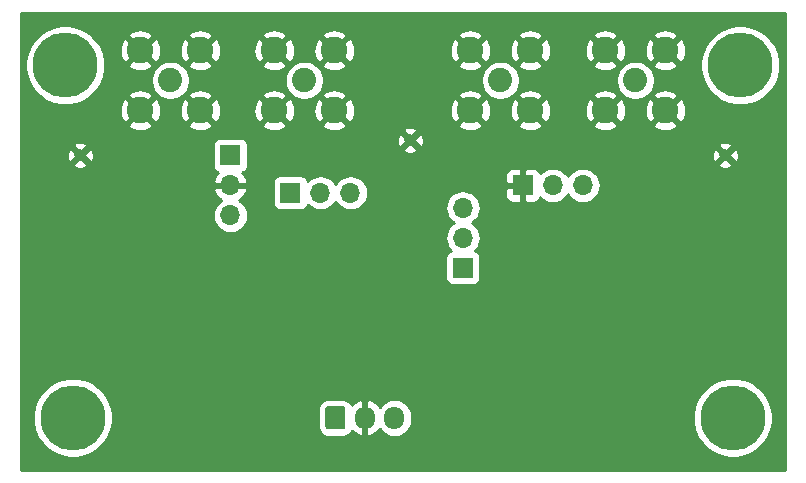
<source format=gbr>
G04 #@! TF.GenerationSoftware,KiCad,Pcbnew,(5.1.2)-2*
G04 #@! TF.CreationDate,2019-07-08T09:46:09+08:00*
G04 #@! TF.ProjectId,active_filter,61637469-7665-45f6-9669-6c7465722e6b,rev?*
G04 #@! TF.SameCoordinates,Original*
G04 #@! TF.FileFunction,Copper,L2,Bot*
G04 #@! TF.FilePolarity,Positive*
%FSLAX46Y46*%
G04 Gerber Fmt 4.6, Leading zero omitted, Abs format (unit mm)*
G04 Created by KiCad (PCBNEW (5.1.2)-2) date 2019-07-08 09:46:09*
%MOMM*%
%LPD*%
G04 APERTURE LIST*
%ADD10O,1.700000X1.950000*%
%ADD11C,0.100000*%
%ADD12C,1.700000*%
%ADD13O,1.700000X1.700000*%
%ADD14R,1.700000X1.700000*%
%ADD15C,1.000000*%
%ADD16C,5.500000*%
%ADD17C,2.050000*%
%ADD18C,2.250000*%
%ADD19C,0.800000*%
%ADD20C,0.400000*%
%ADD21C,0.254000*%
G04 APERTURE END LIST*
D10*
X142160000Y-106680000D03*
X139660000Y-106680000D03*
D11*
G36*
X137784594Y-105706203D02*
G01*
X137808853Y-105709802D01*
X137832642Y-105715761D01*
X137855733Y-105724023D01*
X137877902Y-105734508D01*
X137898937Y-105747116D01*
X137918635Y-105761725D01*
X137936806Y-105778194D01*
X137953275Y-105796365D01*
X137967884Y-105816063D01*
X137980492Y-105837098D01*
X137990977Y-105859267D01*
X137999239Y-105882358D01*
X138005198Y-105906147D01*
X138008797Y-105930406D01*
X138010000Y-105954900D01*
X138010000Y-107405100D01*
X138008797Y-107429594D01*
X138005198Y-107453853D01*
X137999239Y-107477642D01*
X137990977Y-107500733D01*
X137980492Y-107522902D01*
X137967884Y-107543937D01*
X137953275Y-107563635D01*
X137936806Y-107581806D01*
X137918635Y-107598275D01*
X137898937Y-107612884D01*
X137877902Y-107625492D01*
X137855733Y-107635977D01*
X137832642Y-107644239D01*
X137808853Y-107650198D01*
X137784594Y-107653797D01*
X137760100Y-107655000D01*
X136559900Y-107655000D01*
X136535406Y-107653797D01*
X136511147Y-107650198D01*
X136487358Y-107644239D01*
X136464267Y-107635977D01*
X136442098Y-107625492D01*
X136421063Y-107612884D01*
X136401365Y-107598275D01*
X136383194Y-107581806D01*
X136366725Y-107563635D01*
X136352116Y-107543937D01*
X136339508Y-107522902D01*
X136329023Y-107500733D01*
X136320761Y-107477642D01*
X136314802Y-107453853D01*
X136311203Y-107429594D01*
X136310000Y-107405100D01*
X136310000Y-105954900D01*
X136311203Y-105930406D01*
X136314802Y-105906147D01*
X136320761Y-105882358D01*
X136329023Y-105859267D01*
X136339508Y-105837098D01*
X136352116Y-105816063D01*
X136366725Y-105796365D01*
X136383194Y-105778194D01*
X136401365Y-105761725D01*
X136421063Y-105747116D01*
X136442098Y-105734508D01*
X136464267Y-105724023D01*
X136487358Y-105715761D01*
X136511147Y-105709802D01*
X136535406Y-105706203D01*
X136559900Y-105705000D01*
X137760100Y-105705000D01*
X137784594Y-105706203D01*
X137784594Y-105706203D01*
G37*
D12*
X137160000Y-106680000D03*
D13*
X138430000Y-87630000D03*
X135890000Y-87630000D03*
D14*
X133350000Y-87630000D03*
D13*
X128270000Y-89535000D03*
X128270000Y-86995000D03*
D14*
X128270000Y-84455000D03*
D13*
X147955000Y-88900000D03*
X147955000Y-91440000D03*
D14*
X147955000Y-93980000D03*
D13*
X158115000Y-86995000D03*
X155575000Y-86995000D03*
D14*
X153035000Y-86995000D03*
D15*
X143510000Y-83185000D03*
X170180000Y-84455000D03*
X115570000Y-84455000D03*
D16*
X170815000Y-106680000D03*
X114935000Y-106680000D03*
X171450000Y-76835000D03*
X114300000Y-76835000D03*
D17*
X123190000Y-78105000D03*
D18*
X125730000Y-80645000D03*
X125730000Y-75565000D03*
X120650000Y-75565000D03*
X120650000Y-80645000D03*
X160020000Y-80645000D03*
X160020000Y-75565000D03*
X165100000Y-75565000D03*
X165100000Y-80645000D03*
D17*
X162560000Y-78105000D03*
D18*
X131985001Y-80645000D03*
X131985001Y-75565000D03*
X137065001Y-75565000D03*
X137065001Y-80645000D03*
D17*
X134525001Y-78105000D03*
X151130000Y-78105000D03*
D18*
X153670000Y-80645000D03*
X153670000Y-75565000D03*
X148590000Y-75565000D03*
X148590000Y-80645000D03*
D19*
X140970000Y-104140000D03*
X143510000Y-104140000D03*
X130175000Y-86830000D03*
X131445000Y-90805000D03*
D20*
X140970000Y-104140000D02*
X143510000Y-104140000D01*
X130175000Y-86830000D02*
X130175000Y-89535000D01*
X130175000Y-89535000D02*
X131445000Y-90805000D01*
D21*
G36*
X175235000Y-111100000D02*
G01*
X110515000Y-111100000D01*
X110515000Y-106346607D01*
X111550000Y-106346607D01*
X111550000Y-107013393D01*
X111680083Y-107667368D01*
X111935252Y-108283399D01*
X112305698Y-108837812D01*
X112777188Y-109309302D01*
X113331601Y-109679748D01*
X113947632Y-109934917D01*
X114601607Y-110065000D01*
X115268393Y-110065000D01*
X115922368Y-109934917D01*
X116538399Y-109679748D01*
X117092812Y-109309302D01*
X117564302Y-108837812D01*
X117934748Y-108283399D01*
X118189917Y-107667368D01*
X118320000Y-107013393D01*
X118320000Y-106346607D01*
X118242086Y-105954900D01*
X135671928Y-105954900D01*
X135671928Y-107405100D01*
X135688990Y-107578335D01*
X135739521Y-107744912D01*
X135821578Y-107898431D01*
X135932009Y-108032991D01*
X136066569Y-108143422D01*
X136220088Y-108225479D01*
X136386665Y-108276010D01*
X136559900Y-108293072D01*
X137760100Y-108293072D01*
X137933335Y-108276010D01*
X138099912Y-108225479D01*
X138253431Y-108143422D01*
X138387991Y-108032991D01*
X138498422Y-107898431D01*
X138554738Y-107793071D01*
X138570951Y-107814429D01*
X138788807Y-108007496D01*
X139040142Y-108154352D01*
X139303110Y-108246476D01*
X139533000Y-108125155D01*
X139533000Y-106807000D01*
X139513000Y-106807000D01*
X139513000Y-106553000D01*
X139533000Y-106553000D01*
X139533000Y-105234845D01*
X139787000Y-105234845D01*
X139787000Y-106553000D01*
X139807000Y-106553000D01*
X139807000Y-106807000D01*
X139787000Y-106807000D01*
X139787000Y-108125155D01*
X140016890Y-108246476D01*
X140279858Y-108154352D01*
X140531193Y-108007496D01*
X140749049Y-107814429D01*
X140905538Y-107608278D01*
X140919294Y-107634014D01*
X141104866Y-107860134D01*
X141330987Y-108045706D01*
X141588967Y-108183599D01*
X141868890Y-108268513D01*
X142160000Y-108297185D01*
X142451111Y-108268513D01*
X142731034Y-108183599D01*
X142989014Y-108045706D01*
X143215134Y-107860134D01*
X143400706Y-107634014D01*
X143538599Y-107376033D01*
X143623513Y-107096110D01*
X143645000Y-106877949D01*
X143645000Y-106482050D01*
X143631661Y-106346607D01*
X167430000Y-106346607D01*
X167430000Y-107013393D01*
X167560083Y-107667368D01*
X167815252Y-108283399D01*
X168185698Y-108837812D01*
X168657188Y-109309302D01*
X169211601Y-109679748D01*
X169827632Y-109934917D01*
X170481607Y-110065000D01*
X171148393Y-110065000D01*
X171802368Y-109934917D01*
X172418399Y-109679748D01*
X172972812Y-109309302D01*
X173444302Y-108837812D01*
X173814748Y-108283399D01*
X174069917Y-107667368D01*
X174200000Y-107013393D01*
X174200000Y-106346607D01*
X174069917Y-105692632D01*
X173814748Y-105076601D01*
X173444302Y-104522188D01*
X172972812Y-104050698D01*
X172418399Y-103680252D01*
X171802368Y-103425083D01*
X171148393Y-103295000D01*
X170481607Y-103295000D01*
X169827632Y-103425083D01*
X169211601Y-103680252D01*
X168657188Y-104050698D01*
X168185698Y-104522188D01*
X167815252Y-105076601D01*
X167560083Y-105692632D01*
X167430000Y-106346607D01*
X143631661Y-106346607D01*
X143623513Y-106263889D01*
X143538599Y-105983966D01*
X143400706Y-105725986D01*
X143215134Y-105499866D01*
X142989013Y-105314294D01*
X142731033Y-105176401D01*
X142451110Y-105091487D01*
X142160000Y-105062815D01*
X141868889Y-105091487D01*
X141588966Y-105176401D01*
X141330986Y-105314294D01*
X141104866Y-105499866D01*
X140919294Y-105725987D01*
X140905538Y-105751722D01*
X140749049Y-105545571D01*
X140531193Y-105352504D01*
X140279858Y-105205648D01*
X140016890Y-105113524D01*
X139787000Y-105234845D01*
X139533000Y-105234845D01*
X139303110Y-105113524D01*
X139040142Y-105205648D01*
X138788807Y-105352504D01*
X138570951Y-105545571D01*
X138554738Y-105566929D01*
X138498422Y-105461569D01*
X138387991Y-105327009D01*
X138253431Y-105216578D01*
X138099912Y-105134521D01*
X137933335Y-105083990D01*
X137760100Y-105066928D01*
X136559900Y-105066928D01*
X136386665Y-105083990D01*
X136220088Y-105134521D01*
X136066569Y-105216578D01*
X135932009Y-105327009D01*
X135821578Y-105461569D01*
X135739521Y-105615088D01*
X135688990Y-105781665D01*
X135671928Y-105954900D01*
X118242086Y-105954900D01*
X118189917Y-105692632D01*
X117934748Y-105076601D01*
X117564302Y-104522188D01*
X117092812Y-104050698D01*
X116538399Y-103680252D01*
X115922368Y-103425083D01*
X115268393Y-103295000D01*
X114601607Y-103295000D01*
X113947632Y-103425083D01*
X113331601Y-103680252D01*
X112777188Y-104050698D01*
X112305698Y-104522188D01*
X111935252Y-105076601D01*
X111680083Y-105692632D01*
X111550000Y-106346607D01*
X110515000Y-106346607D01*
X110515000Y-89535000D01*
X126777815Y-89535000D01*
X126806487Y-89826111D01*
X126891401Y-90106034D01*
X127029294Y-90364014D01*
X127214866Y-90590134D01*
X127440986Y-90775706D01*
X127698966Y-90913599D01*
X127978889Y-90998513D01*
X128197050Y-91020000D01*
X128342950Y-91020000D01*
X128561111Y-90998513D01*
X128841034Y-90913599D01*
X129099014Y-90775706D01*
X129325134Y-90590134D01*
X129510706Y-90364014D01*
X129648599Y-90106034D01*
X129733513Y-89826111D01*
X129762185Y-89535000D01*
X129733513Y-89243889D01*
X129648599Y-88963966D01*
X129510706Y-88705986D01*
X129325134Y-88479866D01*
X129099014Y-88294294D01*
X129034477Y-88259799D01*
X129151355Y-88190178D01*
X129367588Y-87995269D01*
X129541641Y-87761920D01*
X129666825Y-87499099D01*
X129711476Y-87351890D01*
X129590155Y-87122000D01*
X128397000Y-87122000D01*
X128397000Y-87142000D01*
X128143000Y-87142000D01*
X128143000Y-87122000D01*
X126949845Y-87122000D01*
X126828524Y-87351890D01*
X126873175Y-87499099D01*
X126998359Y-87761920D01*
X127172412Y-87995269D01*
X127388645Y-88190178D01*
X127505523Y-88259799D01*
X127440986Y-88294294D01*
X127214866Y-88479866D01*
X127029294Y-88705986D01*
X126891401Y-88963966D01*
X126806487Y-89243889D01*
X126777815Y-89535000D01*
X110515000Y-89535000D01*
X110515000Y-85233166D01*
X114971439Y-85233166D01*
X115006550Y-85446588D01*
X115210826Y-85537458D01*
X115428905Y-85586731D01*
X115652406Y-85592511D01*
X115872740Y-85554577D01*
X116081440Y-85474387D01*
X116133450Y-85446588D01*
X116168561Y-85233166D01*
X115570000Y-84634605D01*
X114971439Y-85233166D01*
X110515000Y-85233166D01*
X110515000Y-84537406D01*
X114432489Y-84537406D01*
X114470423Y-84757740D01*
X114550613Y-84966440D01*
X114578412Y-85018450D01*
X114791834Y-85053561D01*
X115390395Y-84455000D01*
X115749605Y-84455000D01*
X116348166Y-85053561D01*
X116561588Y-85018450D01*
X116652458Y-84814174D01*
X116701731Y-84596095D01*
X116707511Y-84372594D01*
X116669577Y-84152260D01*
X116589387Y-83943560D01*
X116561588Y-83891550D01*
X116348166Y-83856439D01*
X115749605Y-84455000D01*
X115390395Y-84455000D01*
X114791834Y-83856439D01*
X114578412Y-83891550D01*
X114487542Y-84095826D01*
X114438269Y-84313905D01*
X114432489Y-84537406D01*
X110515000Y-84537406D01*
X110515000Y-83676834D01*
X114971439Y-83676834D01*
X115570000Y-84275395D01*
X116168561Y-83676834D01*
X116156744Y-83605000D01*
X126781928Y-83605000D01*
X126781928Y-85305000D01*
X126794188Y-85429482D01*
X126830498Y-85549180D01*
X126889463Y-85659494D01*
X126968815Y-85756185D01*
X127065506Y-85835537D01*
X127175820Y-85894502D01*
X127256466Y-85918966D01*
X127172412Y-85994731D01*
X126998359Y-86228080D01*
X126873175Y-86490901D01*
X126828524Y-86638110D01*
X126949845Y-86868000D01*
X128143000Y-86868000D01*
X128143000Y-86848000D01*
X128397000Y-86848000D01*
X128397000Y-86868000D01*
X129590155Y-86868000D01*
X129636595Y-86780000D01*
X131861928Y-86780000D01*
X131861928Y-88480000D01*
X131874188Y-88604482D01*
X131910498Y-88724180D01*
X131969463Y-88834494D01*
X132048815Y-88931185D01*
X132145506Y-89010537D01*
X132255820Y-89069502D01*
X132375518Y-89105812D01*
X132500000Y-89118072D01*
X134200000Y-89118072D01*
X134324482Y-89105812D01*
X134444180Y-89069502D01*
X134554494Y-89010537D01*
X134651185Y-88931185D01*
X134730537Y-88834494D01*
X134789502Y-88724180D01*
X134810393Y-88655313D01*
X134834866Y-88685134D01*
X135060986Y-88870706D01*
X135318966Y-89008599D01*
X135598889Y-89093513D01*
X135817050Y-89115000D01*
X135962950Y-89115000D01*
X136181111Y-89093513D01*
X136461034Y-89008599D01*
X136719014Y-88870706D01*
X136945134Y-88685134D01*
X137130706Y-88459014D01*
X137160000Y-88404209D01*
X137189294Y-88459014D01*
X137374866Y-88685134D01*
X137600986Y-88870706D01*
X137858966Y-89008599D01*
X138138889Y-89093513D01*
X138357050Y-89115000D01*
X138502950Y-89115000D01*
X138721111Y-89093513D01*
X139001034Y-89008599D01*
X139204208Y-88900000D01*
X146462815Y-88900000D01*
X146491487Y-89191111D01*
X146576401Y-89471034D01*
X146714294Y-89729014D01*
X146899866Y-89955134D01*
X147125986Y-90140706D01*
X147180791Y-90170000D01*
X147125986Y-90199294D01*
X146899866Y-90384866D01*
X146714294Y-90610986D01*
X146576401Y-90868966D01*
X146491487Y-91148889D01*
X146462815Y-91440000D01*
X146491487Y-91731111D01*
X146576401Y-92011034D01*
X146714294Y-92269014D01*
X146899866Y-92495134D01*
X146929687Y-92519607D01*
X146860820Y-92540498D01*
X146750506Y-92599463D01*
X146653815Y-92678815D01*
X146574463Y-92775506D01*
X146515498Y-92885820D01*
X146479188Y-93005518D01*
X146466928Y-93130000D01*
X146466928Y-94830000D01*
X146479188Y-94954482D01*
X146515498Y-95074180D01*
X146574463Y-95184494D01*
X146653815Y-95281185D01*
X146750506Y-95360537D01*
X146860820Y-95419502D01*
X146980518Y-95455812D01*
X147105000Y-95468072D01*
X148805000Y-95468072D01*
X148929482Y-95455812D01*
X149049180Y-95419502D01*
X149159494Y-95360537D01*
X149256185Y-95281185D01*
X149335537Y-95184494D01*
X149394502Y-95074180D01*
X149430812Y-94954482D01*
X149443072Y-94830000D01*
X149443072Y-93130000D01*
X149430812Y-93005518D01*
X149394502Y-92885820D01*
X149335537Y-92775506D01*
X149256185Y-92678815D01*
X149159494Y-92599463D01*
X149049180Y-92540498D01*
X148980313Y-92519607D01*
X149010134Y-92495134D01*
X149195706Y-92269014D01*
X149333599Y-92011034D01*
X149418513Y-91731111D01*
X149447185Y-91440000D01*
X149418513Y-91148889D01*
X149333599Y-90868966D01*
X149195706Y-90610986D01*
X149010134Y-90384866D01*
X148784014Y-90199294D01*
X148729209Y-90170000D01*
X148784014Y-90140706D01*
X149010134Y-89955134D01*
X149195706Y-89729014D01*
X149333599Y-89471034D01*
X149418513Y-89191111D01*
X149447185Y-88900000D01*
X149418513Y-88608889D01*
X149333599Y-88328966D01*
X149195706Y-88070986D01*
X149010244Y-87845000D01*
X151546928Y-87845000D01*
X151559188Y-87969482D01*
X151595498Y-88089180D01*
X151654463Y-88199494D01*
X151733815Y-88296185D01*
X151830506Y-88375537D01*
X151940820Y-88434502D01*
X152060518Y-88470812D01*
X152185000Y-88483072D01*
X152749250Y-88480000D01*
X152908000Y-88321250D01*
X152908000Y-87122000D01*
X151708750Y-87122000D01*
X151550000Y-87280750D01*
X151546928Y-87845000D01*
X149010244Y-87845000D01*
X149010134Y-87844866D01*
X148784014Y-87659294D01*
X148526034Y-87521401D01*
X148246111Y-87436487D01*
X148027950Y-87415000D01*
X147882050Y-87415000D01*
X147663889Y-87436487D01*
X147383966Y-87521401D01*
X147125986Y-87659294D01*
X146899866Y-87844866D01*
X146714294Y-88070986D01*
X146576401Y-88328966D01*
X146491487Y-88608889D01*
X146462815Y-88900000D01*
X139204208Y-88900000D01*
X139259014Y-88870706D01*
X139485134Y-88685134D01*
X139670706Y-88459014D01*
X139808599Y-88201034D01*
X139893513Y-87921111D01*
X139922185Y-87630000D01*
X139893513Y-87338889D01*
X139808599Y-87058966D01*
X139670706Y-86800986D01*
X139485134Y-86574866D01*
X139259014Y-86389294D01*
X139001034Y-86251401D01*
X138721111Y-86166487D01*
X138502950Y-86145000D01*
X151546928Y-86145000D01*
X151550000Y-86709250D01*
X151708750Y-86868000D01*
X152908000Y-86868000D01*
X152908000Y-85668750D01*
X153162000Y-85668750D01*
X153162000Y-86868000D01*
X153182000Y-86868000D01*
X153182000Y-87122000D01*
X153162000Y-87122000D01*
X153162000Y-88321250D01*
X153320750Y-88480000D01*
X153885000Y-88483072D01*
X154009482Y-88470812D01*
X154129180Y-88434502D01*
X154239494Y-88375537D01*
X154336185Y-88296185D01*
X154415537Y-88199494D01*
X154474502Y-88089180D01*
X154495393Y-88020313D01*
X154519866Y-88050134D01*
X154745986Y-88235706D01*
X155003966Y-88373599D01*
X155283889Y-88458513D01*
X155502050Y-88480000D01*
X155647950Y-88480000D01*
X155866111Y-88458513D01*
X156146034Y-88373599D01*
X156404014Y-88235706D01*
X156630134Y-88050134D01*
X156815706Y-87824014D01*
X156845000Y-87769209D01*
X156874294Y-87824014D01*
X157059866Y-88050134D01*
X157285986Y-88235706D01*
X157543966Y-88373599D01*
X157823889Y-88458513D01*
X158042050Y-88480000D01*
X158187950Y-88480000D01*
X158406111Y-88458513D01*
X158686034Y-88373599D01*
X158944014Y-88235706D01*
X159170134Y-88050134D01*
X159355706Y-87824014D01*
X159493599Y-87566034D01*
X159578513Y-87286111D01*
X159607185Y-86995000D01*
X159578513Y-86703889D01*
X159493599Y-86423966D01*
X159355706Y-86165986D01*
X159170134Y-85939866D01*
X158944014Y-85754294D01*
X158686034Y-85616401D01*
X158406111Y-85531487D01*
X158187950Y-85510000D01*
X158042050Y-85510000D01*
X157823889Y-85531487D01*
X157543966Y-85616401D01*
X157285986Y-85754294D01*
X157059866Y-85939866D01*
X156874294Y-86165986D01*
X156845000Y-86220791D01*
X156815706Y-86165986D01*
X156630134Y-85939866D01*
X156404014Y-85754294D01*
X156146034Y-85616401D01*
X155866111Y-85531487D01*
X155647950Y-85510000D01*
X155502050Y-85510000D01*
X155283889Y-85531487D01*
X155003966Y-85616401D01*
X154745986Y-85754294D01*
X154519866Y-85939866D01*
X154495393Y-85969687D01*
X154474502Y-85900820D01*
X154415537Y-85790506D01*
X154336185Y-85693815D01*
X154239494Y-85614463D01*
X154129180Y-85555498D01*
X154009482Y-85519188D01*
X153885000Y-85506928D01*
X153320750Y-85510000D01*
X153162000Y-85668750D01*
X152908000Y-85668750D01*
X152749250Y-85510000D01*
X152185000Y-85506928D01*
X152060518Y-85519188D01*
X151940820Y-85555498D01*
X151830506Y-85614463D01*
X151733815Y-85693815D01*
X151654463Y-85790506D01*
X151595498Y-85900820D01*
X151559188Y-86020518D01*
X151546928Y-86145000D01*
X138502950Y-86145000D01*
X138357050Y-86145000D01*
X138138889Y-86166487D01*
X137858966Y-86251401D01*
X137600986Y-86389294D01*
X137374866Y-86574866D01*
X137189294Y-86800986D01*
X137160000Y-86855791D01*
X137130706Y-86800986D01*
X136945134Y-86574866D01*
X136719014Y-86389294D01*
X136461034Y-86251401D01*
X136181111Y-86166487D01*
X135962950Y-86145000D01*
X135817050Y-86145000D01*
X135598889Y-86166487D01*
X135318966Y-86251401D01*
X135060986Y-86389294D01*
X134834866Y-86574866D01*
X134810393Y-86604687D01*
X134789502Y-86535820D01*
X134730537Y-86425506D01*
X134651185Y-86328815D01*
X134554494Y-86249463D01*
X134444180Y-86190498D01*
X134324482Y-86154188D01*
X134200000Y-86141928D01*
X132500000Y-86141928D01*
X132375518Y-86154188D01*
X132255820Y-86190498D01*
X132145506Y-86249463D01*
X132048815Y-86328815D01*
X131969463Y-86425506D01*
X131910498Y-86535820D01*
X131874188Y-86655518D01*
X131861928Y-86780000D01*
X129636595Y-86780000D01*
X129711476Y-86638110D01*
X129666825Y-86490901D01*
X129541641Y-86228080D01*
X129367588Y-85994731D01*
X129283534Y-85918966D01*
X129364180Y-85894502D01*
X129474494Y-85835537D01*
X129571185Y-85756185D01*
X129650537Y-85659494D01*
X129709502Y-85549180D01*
X129745812Y-85429482D01*
X129758072Y-85305000D01*
X129758072Y-85233166D01*
X169581439Y-85233166D01*
X169616550Y-85446588D01*
X169820826Y-85537458D01*
X170038905Y-85586731D01*
X170262406Y-85592511D01*
X170482740Y-85554577D01*
X170691440Y-85474387D01*
X170743450Y-85446588D01*
X170778561Y-85233166D01*
X170180000Y-84634605D01*
X169581439Y-85233166D01*
X129758072Y-85233166D01*
X129758072Y-84537406D01*
X169042489Y-84537406D01*
X169080423Y-84757740D01*
X169160613Y-84966440D01*
X169188412Y-85018450D01*
X169401834Y-85053561D01*
X170000395Y-84455000D01*
X170359605Y-84455000D01*
X170958166Y-85053561D01*
X171171588Y-85018450D01*
X171262458Y-84814174D01*
X171311731Y-84596095D01*
X171317511Y-84372594D01*
X171279577Y-84152260D01*
X171199387Y-83943560D01*
X171171588Y-83891550D01*
X170958166Y-83856439D01*
X170359605Y-84455000D01*
X170000395Y-84455000D01*
X169401834Y-83856439D01*
X169188412Y-83891550D01*
X169097542Y-84095826D01*
X169048269Y-84313905D01*
X169042489Y-84537406D01*
X129758072Y-84537406D01*
X129758072Y-83963166D01*
X142911439Y-83963166D01*
X142946550Y-84176588D01*
X143150826Y-84267458D01*
X143368905Y-84316731D01*
X143592406Y-84322511D01*
X143812740Y-84284577D01*
X144021440Y-84204387D01*
X144073450Y-84176588D01*
X144108561Y-83963166D01*
X143510000Y-83364605D01*
X142911439Y-83963166D01*
X129758072Y-83963166D01*
X129758072Y-83605000D01*
X129745812Y-83480518D01*
X129709502Y-83360820D01*
X129659571Y-83267406D01*
X142372489Y-83267406D01*
X142410423Y-83487740D01*
X142490613Y-83696440D01*
X142518412Y-83748450D01*
X142731834Y-83783561D01*
X143330395Y-83185000D01*
X143689605Y-83185000D01*
X144288166Y-83783561D01*
X144501588Y-83748450D01*
X144533445Y-83676834D01*
X169581439Y-83676834D01*
X170180000Y-84275395D01*
X170778561Y-83676834D01*
X170743450Y-83463412D01*
X170539174Y-83372542D01*
X170321095Y-83323269D01*
X170097594Y-83317489D01*
X169877260Y-83355423D01*
X169668560Y-83435613D01*
X169616550Y-83463412D01*
X169581439Y-83676834D01*
X144533445Y-83676834D01*
X144592458Y-83544174D01*
X144641731Y-83326095D01*
X144647511Y-83102594D01*
X144609577Y-82882260D01*
X144529387Y-82673560D01*
X144501588Y-82621550D01*
X144288166Y-82586439D01*
X143689605Y-83185000D01*
X143330395Y-83185000D01*
X142731834Y-82586439D01*
X142518412Y-82621550D01*
X142427542Y-82825826D01*
X142378269Y-83043905D01*
X142372489Y-83267406D01*
X129659571Y-83267406D01*
X129650537Y-83250506D01*
X129571185Y-83153815D01*
X129474494Y-83074463D01*
X129364180Y-83015498D01*
X129244482Y-82979188D01*
X129120000Y-82966928D01*
X127420000Y-82966928D01*
X127295518Y-82979188D01*
X127175820Y-83015498D01*
X127065506Y-83074463D01*
X126968815Y-83153815D01*
X126889463Y-83250506D01*
X126830498Y-83360820D01*
X126794188Y-83480518D01*
X126781928Y-83605000D01*
X116156744Y-83605000D01*
X116133450Y-83463412D01*
X115929174Y-83372542D01*
X115711095Y-83323269D01*
X115487594Y-83317489D01*
X115267260Y-83355423D01*
X115058560Y-83435613D01*
X115006550Y-83463412D01*
X114971439Y-83676834D01*
X110515000Y-83676834D01*
X110515000Y-81869531D01*
X119605074Y-81869531D01*
X119715921Y-82146714D01*
X120026840Y-82300089D01*
X120361705Y-82389860D01*
X120707650Y-82412576D01*
X121051380Y-82367366D01*
X121379685Y-82255966D01*
X121584079Y-82146714D01*
X121694926Y-81869531D01*
X124685074Y-81869531D01*
X124795921Y-82146714D01*
X125106840Y-82300089D01*
X125441705Y-82389860D01*
X125787650Y-82412576D01*
X126131380Y-82367366D01*
X126459685Y-82255966D01*
X126664079Y-82146714D01*
X126774926Y-81869531D01*
X130940075Y-81869531D01*
X131050922Y-82146714D01*
X131361841Y-82300089D01*
X131696706Y-82389860D01*
X132042651Y-82412576D01*
X132386381Y-82367366D01*
X132714686Y-82255966D01*
X132919080Y-82146714D01*
X133029927Y-81869531D01*
X136020075Y-81869531D01*
X136130922Y-82146714D01*
X136441841Y-82300089D01*
X136776706Y-82389860D01*
X137122651Y-82412576D01*
X137166307Y-82406834D01*
X142911439Y-82406834D01*
X143510000Y-83005395D01*
X144108561Y-82406834D01*
X144073450Y-82193412D01*
X143869174Y-82102542D01*
X143651095Y-82053269D01*
X143427594Y-82047489D01*
X143207260Y-82085423D01*
X142998560Y-82165613D01*
X142946550Y-82193412D01*
X142911439Y-82406834D01*
X137166307Y-82406834D01*
X137466381Y-82367366D01*
X137794686Y-82255966D01*
X137999080Y-82146714D01*
X138109927Y-81869531D01*
X147545074Y-81869531D01*
X147655921Y-82146714D01*
X147966840Y-82300089D01*
X148301705Y-82389860D01*
X148647650Y-82412576D01*
X148991380Y-82367366D01*
X149319685Y-82255966D01*
X149524079Y-82146714D01*
X149634926Y-81869531D01*
X152625074Y-81869531D01*
X152735921Y-82146714D01*
X153046840Y-82300089D01*
X153381705Y-82389860D01*
X153727650Y-82412576D01*
X154071380Y-82367366D01*
X154399685Y-82255966D01*
X154604079Y-82146714D01*
X154714926Y-81869531D01*
X158975074Y-81869531D01*
X159085921Y-82146714D01*
X159396840Y-82300089D01*
X159731705Y-82389860D01*
X160077650Y-82412576D01*
X160421380Y-82367366D01*
X160749685Y-82255966D01*
X160954079Y-82146714D01*
X161064926Y-81869531D01*
X164055074Y-81869531D01*
X164165921Y-82146714D01*
X164476840Y-82300089D01*
X164811705Y-82389860D01*
X165157650Y-82412576D01*
X165501380Y-82367366D01*
X165829685Y-82255966D01*
X166034079Y-82146714D01*
X166144926Y-81869531D01*
X165100000Y-80824605D01*
X164055074Y-81869531D01*
X161064926Y-81869531D01*
X160020000Y-80824605D01*
X158975074Y-81869531D01*
X154714926Y-81869531D01*
X153670000Y-80824605D01*
X152625074Y-81869531D01*
X149634926Y-81869531D01*
X148590000Y-80824605D01*
X147545074Y-81869531D01*
X138109927Y-81869531D01*
X137065001Y-80824605D01*
X136020075Y-81869531D01*
X133029927Y-81869531D01*
X131985001Y-80824605D01*
X130940075Y-81869531D01*
X126774926Y-81869531D01*
X125730000Y-80824605D01*
X124685074Y-81869531D01*
X121694926Y-81869531D01*
X120650000Y-80824605D01*
X119605074Y-81869531D01*
X110515000Y-81869531D01*
X110515000Y-80702650D01*
X118882424Y-80702650D01*
X118927634Y-81046380D01*
X119039034Y-81374685D01*
X119148286Y-81579079D01*
X119425469Y-81689926D01*
X120470395Y-80645000D01*
X120829605Y-80645000D01*
X121874531Y-81689926D01*
X122151714Y-81579079D01*
X122305089Y-81268160D01*
X122394860Y-80933295D01*
X122410004Y-80702650D01*
X123962424Y-80702650D01*
X124007634Y-81046380D01*
X124119034Y-81374685D01*
X124228286Y-81579079D01*
X124505469Y-81689926D01*
X125550395Y-80645000D01*
X125909605Y-80645000D01*
X126954531Y-81689926D01*
X127231714Y-81579079D01*
X127385089Y-81268160D01*
X127474860Y-80933295D01*
X127490004Y-80702650D01*
X130217425Y-80702650D01*
X130262635Y-81046380D01*
X130374035Y-81374685D01*
X130483287Y-81579079D01*
X130760470Y-81689926D01*
X131805396Y-80645000D01*
X132164606Y-80645000D01*
X133209532Y-81689926D01*
X133486715Y-81579079D01*
X133640090Y-81268160D01*
X133729861Y-80933295D01*
X133745005Y-80702650D01*
X135297425Y-80702650D01*
X135342635Y-81046380D01*
X135454035Y-81374685D01*
X135563287Y-81579079D01*
X135840470Y-81689926D01*
X136885396Y-80645000D01*
X137244606Y-80645000D01*
X138289532Y-81689926D01*
X138566715Y-81579079D01*
X138720090Y-81268160D01*
X138809861Y-80933295D01*
X138825005Y-80702650D01*
X146822424Y-80702650D01*
X146867634Y-81046380D01*
X146979034Y-81374685D01*
X147088286Y-81579079D01*
X147365469Y-81689926D01*
X148410395Y-80645000D01*
X148769605Y-80645000D01*
X149814531Y-81689926D01*
X150091714Y-81579079D01*
X150245089Y-81268160D01*
X150334860Y-80933295D01*
X150350004Y-80702650D01*
X151902424Y-80702650D01*
X151947634Y-81046380D01*
X152059034Y-81374685D01*
X152168286Y-81579079D01*
X152445469Y-81689926D01*
X153490395Y-80645000D01*
X153849605Y-80645000D01*
X154894531Y-81689926D01*
X155171714Y-81579079D01*
X155325089Y-81268160D01*
X155414860Y-80933295D01*
X155430004Y-80702650D01*
X158252424Y-80702650D01*
X158297634Y-81046380D01*
X158409034Y-81374685D01*
X158518286Y-81579079D01*
X158795469Y-81689926D01*
X159840395Y-80645000D01*
X160199605Y-80645000D01*
X161244531Y-81689926D01*
X161521714Y-81579079D01*
X161675089Y-81268160D01*
X161764860Y-80933295D01*
X161780004Y-80702650D01*
X163332424Y-80702650D01*
X163377634Y-81046380D01*
X163489034Y-81374685D01*
X163598286Y-81579079D01*
X163875469Y-81689926D01*
X164920395Y-80645000D01*
X165279605Y-80645000D01*
X166324531Y-81689926D01*
X166601714Y-81579079D01*
X166755089Y-81268160D01*
X166844860Y-80933295D01*
X166867576Y-80587350D01*
X166822366Y-80243620D01*
X166710966Y-79915315D01*
X166601714Y-79710921D01*
X166324531Y-79600074D01*
X165279605Y-80645000D01*
X164920395Y-80645000D01*
X163875469Y-79600074D01*
X163598286Y-79710921D01*
X163444911Y-80021840D01*
X163355140Y-80356705D01*
X163332424Y-80702650D01*
X161780004Y-80702650D01*
X161787576Y-80587350D01*
X161742366Y-80243620D01*
X161630966Y-79915315D01*
X161521714Y-79710921D01*
X161244531Y-79600074D01*
X160199605Y-80645000D01*
X159840395Y-80645000D01*
X158795469Y-79600074D01*
X158518286Y-79710921D01*
X158364911Y-80021840D01*
X158275140Y-80356705D01*
X158252424Y-80702650D01*
X155430004Y-80702650D01*
X155437576Y-80587350D01*
X155392366Y-80243620D01*
X155280966Y-79915315D01*
X155171714Y-79710921D01*
X154894531Y-79600074D01*
X153849605Y-80645000D01*
X153490395Y-80645000D01*
X152445469Y-79600074D01*
X152168286Y-79710921D01*
X152014911Y-80021840D01*
X151925140Y-80356705D01*
X151902424Y-80702650D01*
X150350004Y-80702650D01*
X150357576Y-80587350D01*
X150312366Y-80243620D01*
X150200966Y-79915315D01*
X150091714Y-79710921D01*
X149814531Y-79600074D01*
X148769605Y-80645000D01*
X148410395Y-80645000D01*
X147365469Y-79600074D01*
X147088286Y-79710921D01*
X146934911Y-80021840D01*
X146845140Y-80356705D01*
X146822424Y-80702650D01*
X138825005Y-80702650D01*
X138832577Y-80587350D01*
X138787367Y-80243620D01*
X138675967Y-79915315D01*
X138566715Y-79710921D01*
X138289532Y-79600074D01*
X137244606Y-80645000D01*
X136885396Y-80645000D01*
X135840470Y-79600074D01*
X135563287Y-79710921D01*
X135409912Y-80021840D01*
X135320141Y-80356705D01*
X135297425Y-80702650D01*
X133745005Y-80702650D01*
X133752577Y-80587350D01*
X133707367Y-80243620D01*
X133595967Y-79915315D01*
X133486715Y-79710921D01*
X133209532Y-79600074D01*
X132164606Y-80645000D01*
X131805396Y-80645000D01*
X130760470Y-79600074D01*
X130483287Y-79710921D01*
X130329912Y-80021840D01*
X130240141Y-80356705D01*
X130217425Y-80702650D01*
X127490004Y-80702650D01*
X127497576Y-80587350D01*
X127452366Y-80243620D01*
X127340966Y-79915315D01*
X127231714Y-79710921D01*
X126954531Y-79600074D01*
X125909605Y-80645000D01*
X125550395Y-80645000D01*
X124505469Y-79600074D01*
X124228286Y-79710921D01*
X124074911Y-80021840D01*
X123985140Y-80356705D01*
X123962424Y-80702650D01*
X122410004Y-80702650D01*
X122417576Y-80587350D01*
X122372366Y-80243620D01*
X122260966Y-79915315D01*
X122151714Y-79710921D01*
X121874531Y-79600074D01*
X120829605Y-80645000D01*
X120470395Y-80645000D01*
X119425469Y-79600074D01*
X119148286Y-79710921D01*
X118994911Y-80021840D01*
X118905140Y-80356705D01*
X118882424Y-80702650D01*
X110515000Y-80702650D01*
X110515000Y-76501607D01*
X110915000Y-76501607D01*
X110915000Y-77168393D01*
X111045083Y-77822368D01*
X111300252Y-78438399D01*
X111670698Y-78992812D01*
X112142188Y-79464302D01*
X112696601Y-79834748D01*
X113312632Y-80089917D01*
X113966607Y-80220000D01*
X114633393Y-80220000D01*
X115287368Y-80089917D01*
X115903399Y-79834748D01*
X116457812Y-79464302D01*
X116501645Y-79420469D01*
X119605074Y-79420469D01*
X120650000Y-80465395D01*
X121694926Y-79420469D01*
X121584079Y-79143286D01*
X121273160Y-78989911D01*
X120938295Y-78900140D01*
X120592350Y-78877424D01*
X120248620Y-78922634D01*
X119920315Y-79034034D01*
X119715921Y-79143286D01*
X119605074Y-79420469D01*
X116501645Y-79420469D01*
X116929302Y-78992812D01*
X117299748Y-78438399D01*
X117505569Y-77941504D01*
X121530000Y-77941504D01*
X121530000Y-78268496D01*
X121593793Y-78589204D01*
X121718927Y-78891305D01*
X121900594Y-79163188D01*
X122131812Y-79394406D01*
X122403695Y-79576073D01*
X122705796Y-79701207D01*
X123026504Y-79765000D01*
X123353496Y-79765000D01*
X123674204Y-79701207D01*
X123976305Y-79576073D01*
X124209182Y-79420469D01*
X124685074Y-79420469D01*
X125730000Y-80465395D01*
X126774926Y-79420469D01*
X130940075Y-79420469D01*
X131985001Y-80465395D01*
X133029927Y-79420469D01*
X132919080Y-79143286D01*
X132608161Y-78989911D01*
X132273296Y-78900140D01*
X131927351Y-78877424D01*
X131583621Y-78922634D01*
X131255316Y-79034034D01*
X131050922Y-79143286D01*
X130940075Y-79420469D01*
X126774926Y-79420469D01*
X126664079Y-79143286D01*
X126353160Y-78989911D01*
X126018295Y-78900140D01*
X125672350Y-78877424D01*
X125328620Y-78922634D01*
X125000315Y-79034034D01*
X124795921Y-79143286D01*
X124685074Y-79420469D01*
X124209182Y-79420469D01*
X124248188Y-79394406D01*
X124479406Y-79163188D01*
X124661073Y-78891305D01*
X124786207Y-78589204D01*
X124850000Y-78268496D01*
X124850000Y-77941504D01*
X132865001Y-77941504D01*
X132865001Y-78268496D01*
X132928794Y-78589204D01*
X133053928Y-78891305D01*
X133235595Y-79163188D01*
X133466813Y-79394406D01*
X133738696Y-79576073D01*
X134040797Y-79701207D01*
X134361505Y-79765000D01*
X134688497Y-79765000D01*
X135009205Y-79701207D01*
X135311306Y-79576073D01*
X135544183Y-79420469D01*
X136020075Y-79420469D01*
X137065001Y-80465395D01*
X138109927Y-79420469D01*
X147545074Y-79420469D01*
X148590000Y-80465395D01*
X149634926Y-79420469D01*
X149524079Y-79143286D01*
X149213160Y-78989911D01*
X148878295Y-78900140D01*
X148532350Y-78877424D01*
X148188620Y-78922634D01*
X147860315Y-79034034D01*
X147655921Y-79143286D01*
X147545074Y-79420469D01*
X138109927Y-79420469D01*
X137999080Y-79143286D01*
X137688161Y-78989911D01*
X137353296Y-78900140D01*
X137007351Y-78877424D01*
X136663621Y-78922634D01*
X136335316Y-79034034D01*
X136130922Y-79143286D01*
X136020075Y-79420469D01*
X135544183Y-79420469D01*
X135583189Y-79394406D01*
X135814407Y-79163188D01*
X135996074Y-78891305D01*
X136121208Y-78589204D01*
X136185001Y-78268496D01*
X136185001Y-77941504D01*
X149470000Y-77941504D01*
X149470000Y-78268496D01*
X149533793Y-78589204D01*
X149658927Y-78891305D01*
X149840594Y-79163188D01*
X150071812Y-79394406D01*
X150343695Y-79576073D01*
X150645796Y-79701207D01*
X150966504Y-79765000D01*
X151293496Y-79765000D01*
X151614204Y-79701207D01*
X151916305Y-79576073D01*
X152149182Y-79420469D01*
X152625074Y-79420469D01*
X153670000Y-80465395D01*
X154714926Y-79420469D01*
X158975074Y-79420469D01*
X160020000Y-80465395D01*
X161064926Y-79420469D01*
X160954079Y-79143286D01*
X160643160Y-78989911D01*
X160308295Y-78900140D01*
X159962350Y-78877424D01*
X159618620Y-78922634D01*
X159290315Y-79034034D01*
X159085921Y-79143286D01*
X158975074Y-79420469D01*
X154714926Y-79420469D01*
X154604079Y-79143286D01*
X154293160Y-78989911D01*
X153958295Y-78900140D01*
X153612350Y-78877424D01*
X153268620Y-78922634D01*
X152940315Y-79034034D01*
X152735921Y-79143286D01*
X152625074Y-79420469D01*
X152149182Y-79420469D01*
X152188188Y-79394406D01*
X152419406Y-79163188D01*
X152601073Y-78891305D01*
X152726207Y-78589204D01*
X152790000Y-78268496D01*
X152790000Y-77941504D01*
X160900000Y-77941504D01*
X160900000Y-78268496D01*
X160963793Y-78589204D01*
X161088927Y-78891305D01*
X161270594Y-79163188D01*
X161501812Y-79394406D01*
X161773695Y-79576073D01*
X162075796Y-79701207D01*
X162396504Y-79765000D01*
X162723496Y-79765000D01*
X163044204Y-79701207D01*
X163346305Y-79576073D01*
X163579182Y-79420469D01*
X164055074Y-79420469D01*
X165100000Y-80465395D01*
X166144926Y-79420469D01*
X166034079Y-79143286D01*
X165723160Y-78989911D01*
X165388295Y-78900140D01*
X165042350Y-78877424D01*
X164698620Y-78922634D01*
X164370315Y-79034034D01*
X164165921Y-79143286D01*
X164055074Y-79420469D01*
X163579182Y-79420469D01*
X163618188Y-79394406D01*
X163849406Y-79163188D01*
X164031073Y-78891305D01*
X164156207Y-78589204D01*
X164220000Y-78268496D01*
X164220000Y-77941504D01*
X164156207Y-77620796D01*
X164031073Y-77318695D01*
X163849406Y-77046812D01*
X163618188Y-76815594D01*
X163579183Y-76789531D01*
X164055074Y-76789531D01*
X164165921Y-77066714D01*
X164476840Y-77220089D01*
X164811705Y-77309860D01*
X165157650Y-77332576D01*
X165501380Y-77287366D01*
X165829685Y-77175966D01*
X166034079Y-77066714D01*
X166144926Y-76789531D01*
X165100000Y-75744605D01*
X164055074Y-76789531D01*
X163579183Y-76789531D01*
X163346305Y-76633927D01*
X163044204Y-76508793D01*
X162723496Y-76445000D01*
X162396504Y-76445000D01*
X162075796Y-76508793D01*
X161773695Y-76633927D01*
X161501812Y-76815594D01*
X161270594Y-77046812D01*
X161088927Y-77318695D01*
X160963793Y-77620796D01*
X160900000Y-77941504D01*
X152790000Y-77941504D01*
X152726207Y-77620796D01*
X152601073Y-77318695D01*
X152419406Y-77046812D01*
X152188188Y-76815594D01*
X152149183Y-76789531D01*
X152625074Y-76789531D01*
X152735921Y-77066714D01*
X153046840Y-77220089D01*
X153381705Y-77309860D01*
X153727650Y-77332576D01*
X154071380Y-77287366D01*
X154399685Y-77175966D01*
X154604079Y-77066714D01*
X154714926Y-76789531D01*
X158975074Y-76789531D01*
X159085921Y-77066714D01*
X159396840Y-77220089D01*
X159731705Y-77309860D01*
X160077650Y-77332576D01*
X160421380Y-77287366D01*
X160749685Y-77175966D01*
X160954079Y-77066714D01*
X161064926Y-76789531D01*
X160020000Y-75744605D01*
X158975074Y-76789531D01*
X154714926Y-76789531D01*
X153670000Y-75744605D01*
X152625074Y-76789531D01*
X152149183Y-76789531D01*
X151916305Y-76633927D01*
X151614204Y-76508793D01*
X151293496Y-76445000D01*
X150966504Y-76445000D01*
X150645796Y-76508793D01*
X150343695Y-76633927D01*
X150071812Y-76815594D01*
X149840594Y-77046812D01*
X149658927Y-77318695D01*
X149533793Y-77620796D01*
X149470000Y-77941504D01*
X136185001Y-77941504D01*
X136121208Y-77620796D01*
X135996074Y-77318695D01*
X135814407Y-77046812D01*
X135583189Y-76815594D01*
X135544184Y-76789531D01*
X136020075Y-76789531D01*
X136130922Y-77066714D01*
X136441841Y-77220089D01*
X136776706Y-77309860D01*
X137122651Y-77332576D01*
X137466381Y-77287366D01*
X137794686Y-77175966D01*
X137999080Y-77066714D01*
X138109927Y-76789531D01*
X147545074Y-76789531D01*
X147655921Y-77066714D01*
X147966840Y-77220089D01*
X148301705Y-77309860D01*
X148647650Y-77332576D01*
X148991380Y-77287366D01*
X149319685Y-77175966D01*
X149524079Y-77066714D01*
X149634926Y-76789531D01*
X148590000Y-75744605D01*
X147545074Y-76789531D01*
X138109927Y-76789531D01*
X137065001Y-75744605D01*
X136020075Y-76789531D01*
X135544184Y-76789531D01*
X135311306Y-76633927D01*
X135009205Y-76508793D01*
X134688497Y-76445000D01*
X134361505Y-76445000D01*
X134040797Y-76508793D01*
X133738696Y-76633927D01*
X133466813Y-76815594D01*
X133235595Y-77046812D01*
X133053928Y-77318695D01*
X132928794Y-77620796D01*
X132865001Y-77941504D01*
X124850000Y-77941504D01*
X124786207Y-77620796D01*
X124661073Y-77318695D01*
X124479406Y-77046812D01*
X124248188Y-76815594D01*
X124209183Y-76789531D01*
X124685074Y-76789531D01*
X124795921Y-77066714D01*
X125106840Y-77220089D01*
X125441705Y-77309860D01*
X125787650Y-77332576D01*
X126131380Y-77287366D01*
X126459685Y-77175966D01*
X126664079Y-77066714D01*
X126774926Y-76789531D01*
X130940075Y-76789531D01*
X131050922Y-77066714D01*
X131361841Y-77220089D01*
X131696706Y-77309860D01*
X132042651Y-77332576D01*
X132386381Y-77287366D01*
X132714686Y-77175966D01*
X132919080Y-77066714D01*
X133029927Y-76789531D01*
X131985001Y-75744605D01*
X130940075Y-76789531D01*
X126774926Y-76789531D01*
X125730000Y-75744605D01*
X124685074Y-76789531D01*
X124209183Y-76789531D01*
X123976305Y-76633927D01*
X123674204Y-76508793D01*
X123353496Y-76445000D01*
X123026504Y-76445000D01*
X122705796Y-76508793D01*
X122403695Y-76633927D01*
X122131812Y-76815594D01*
X121900594Y-77046812D01*
X121718927Y-77318695D01*
X121593793Y-77620796D01*
X121530000Y-77941504D01*
X117505569Y-77941504D01*
X117554917Y-77822368D01*
X117685000Y-77168393D01*
X117685000Y-76789531D01*
X119605074Y-76789531D01*
X119715921Y-77066714D01*
X120026840Y-77220089D01*
X120361705Y-77309860D01*
X120707650Y-77332576D01*
X121051380Y-77287366D01*
X121379685Y-77175966D01*
X121584079Y-77066714D01*
X121694926Y-76789531D01*
X120650000Y-75744605D01*
X119605074Y-76789531D01*
X117685000Y-76789531D01*
X117685000Y-76501607D01*
X117554917Y-75847632D01*
X117461727Y-75622650D01*
X118882424Y-75622650D01*
X118927634Y-75966380D01*
X119039034Y-76294685D01*
X119148286Y-76499079D01*
X119425469Y-76609926D01*
X120470395Y-75565000D01*
X120829605Y-75565000D01*
X121874531Y-76609926D01*
X122151714Y-76499079D01*
X122305089Y-76188160D01*
X122394860Y-75853295D01*
X122410004Y-75622650D01*
X123962424Y-75622650D01*
X124007634Y-75966380D01*
X124119034Y-76294685D01*
X124228286Y-76499079D01*
X124505469Y-76609926D01*
X125550395Y-75565000D01*
X125909605Y-75565000D01*
X126954531Y-76609926D01*
X127231714Y-76499079D01*
X127385089Y-76188160D01*
X127474860Y-75853295D01*
X127490004Y-75622650D01*
X130217425Y-75622650D01*
X130262635Y-75966380D01*
X130374035Y-76294685D01*
X130483287Y-76499079D01*
X130760470Y-76609926D01*
X131805396Y-75565000D01*
X132164606Y-75565000D01*
X133209532Y-76609926D01*
X133486715Y-76499079D01*
X133640090Y-76188160D01*
X133729861Y-75853295D01*
X133745005Y-75622650D01*
X135297425Y-75622650D01*
X135342635Y-75966380D01*
X135454035Y-76294685D01*
X135563287Y-76499079D01*
X135840470Y-76609926D01*
X136885396Y-75565000D01*
X137244606Y-75565000D01*
X138289532Y-76609926D01*
X138566715Y-76499079D01*
X138720090Y-76188160D01*
X138809861Y-75853295D01*
X138825005Y-75622650D01*
X146822424Y-75622650D01*
X146867634Y-75966380D01*
X146979034Y-76294685D01*
X147088286Y-76499079D01*
X147365469Y-76609926D01*
X148410395Y-75565000D01*
X148769605Y-75565000D01*
X149814531Y-76609926D01*
X150091714Y-76499079D01*
X150245089Y-76188160D01*
X150334860Y-75853295D01*
X150350004Y-75622650D01*
X151902424Y-75622650D01*
X151947634Y-75966380D01*
X152059034Y-76294685D01*
X152168286Y-76499079D01*
X152445469Y-76609926D01*
X153490395Y-75565000D01*
X153849605Y-75565000D01*
X154894531Y-76609926D01*
X155171714Y-76499079D01*
X155325089Y-76188160D01*
X155414860Y-75853295D01*
X155430004Y-75622650D01*
X158252424Y-75622650D01*
X158297634Y-75966380D01*
X158409034Y-76294685D01*
X158518286Y-76499079D01*
X158795469Y-76609926D01*
X159840395Y-75565000D01*
X160199605Y-75565000D01*
X161244531Y-76609926D01*
X161521714Y-76499079D01*
X161675089Y-76188160D01*
X161764860Y-75853295D01*
X161780004Y-75622650D01*
X163332424Y-75622650D01*
X163377634Y-75966380D01*
X163489034Y-76294685D01*
X163598286Y-76499079D01*
X163875469Y-76609926D01*
X164920395Y-75565000D01*
X165279605Y-75565000D01*
X166324531Y-76609926D01*
X166595392Y-76501607D01*
X168065000Y-76501607D01*
X168065000Y-77168393D01*
X168195083Y-77822368D01*
X168450252Y-78438399D01*
X168820698Y-78992812D01*
X169292188Y-79464302D01*
X169846601Y-79834748D01*
X170462632Y-80089917D01*
X171116607Y-80220000D01*
X171783393Y-80220000D01*
X172437368Y-80089917D01*
X173053399Y-79834748D01*
X173607812Y-79464302D01*
X174079302Y-78992812D01*
X174449748Y-78438399D01*
X174704917Y-77822368D01*
X174835000Y-77168393D01*
X174835000Y-76501607D01*
X174704917Y-75847632D01*
X174449748Y-75231601D01*
X174079302Y-74677188D01*
X173607812Y-74205698D01*
X173053399Y-73835252D01*
X172437368Y-73580083D01*
X171783393Y-73450000D01*
X171116607Y-73450000D01*
X170462632Y-73580083D01*
X169846601Y-73835252D01*
X169292188Y-74205698D01*
X168820698Y-74677188D01*
X168450252Y-75231601D01*
X168195083Y-75847632D01*
X168065000Y-76501607D01*
X166595392Y-76501607D01*
X166601714Y-76499079D01*
X166755089Y-76188160D01*
X166844860Y-75853295D01*
X166867576Y-75507350D01*
X166822366Y-75163620D01*
X166710966Y-74835315D01*
X166601714Y-74630921D01*
X166324531Y-74520074D01*
X165279605Y-75565000D01*
X164920395Y-75565000D01*
X163875469Y-74520074D01*
X163598286Y-74630921D01*
X163444911Y-74941840D01*
X163355140Y-75276705D01*
X163332424Y-75622650D01*
X161780004Y-75622650D01*
X161787576Y-75507350D01*
X161742366Y-75163620D01*
X161630966Y-74835315D01*
X161521714Y-74630921D01*
X161244531Y-74520074D01*
X160199605Y-75565000D01*
X159840395Y-75565000D01*
X158795469Y-74520074D01*
X158518286Y-74630921D01*
X158364911Y-74941840D01*
X158275140Y-75276705D01*
X158252424Y-75622650D01*
X155430004Y-75622650D01*
X155437576Y-75507350D01*
X155392366Y-75163620D01*
X155280966Y-74835315D01*
X155171714Y-74630921D01*
X154894531Y-74520074D01*
X153849605Y-75565000D01*
X153490395Y-75565000D01*
X152445469Y-74520074D01*
X152168286Y-74630921D01*
X152014911Y-74941840D01*
X151925140Y-75276705D01*
X151902424Y-75622650D01*
X150350004Y-75622650D01*
X150357576Y-75507350D01*
X150312366Y-75163620D01*
X150200966Y-74835315D01*
X150091714Y-74630921D01*
X149814531Y-74520074D01*
X148769605Y-75565000D01*
X148410395Y-75565000D01*
X147365469Y-74520074D01*
X147088286Y-74630921D01*
X146934911Y-74941840D01*
X146845140Y-75276705D01*
X146822424Y-75622650D01*
X138825005Y-75622650D01*
X138832577Y-75507350D01*
X138787367Y-75163620D01*
X138675967Y-74835315D01*
X138566715Y-74630921D01*
X138289532Y-74520074D01*
X137244606Y-75565000D01*
X136885396Y-75565000D01*
X135840470Y-74520074D01*
X135563287Y-74630921D01*
X135409912Y-74941840D01*
X135320141Y-75276705D01*
X135297425Y-75622650D01*
X133745005Y-75622650D01*
X133752577Y-75507350D01*
X133707367Y-75163620D01*
X133595967Y-74835315D01*
X133486715Y-74630921D01*
X133209532Y-74520074D01*
X132164606Y-75565000D01*
X131805396Y-75565000D01*
X130760470Y-74520074D01*
X130483287Y-74630921D01*
X130329912Y-74941840D01*
X130240141Y-75276705D01*
X130217425Y-75622650D01*
X127490004Y-75622650D01*
X127497576Y-75507350D01*
X127452366Y-75163620D01*
X127340966Y-74835315D01*
X127231714Y-74630921D01*
X126954531Y-74520074D01*
X125909605Y-75565000D01*
X125550395Y-75565000D01*
X124505469Y-74520074D01*
X124228286Y-74630921D01*
X124074911Y-74941840D01*
X123985140Y-75276705D01*
X123962424Y-75622650D01*
X122410004Y-75622650D01*
X122417576Y-75507350D01*
X122372366Y-75163620D01*
X122260966Y-74835315D01*
X122151714Y-74630921D01*
X121874531Y-74520074D01*
X120829605Y-75565000D01*
X120470395Y-75565000D01*
X119425469Y-74520074D01*
X119148286Y-74630921D01*
X118994911Y-74941840D01*
X118905140Y-75276705D01*
X118882424Y-75622650D01*
X117461727Y-75622650D01*
X117299748Y-75231601D01*
X116929302Y-74677188D01*
X116592583Y-74340469D01*
X119605074Y-74340469D01*
X120650000Y-75385395D01*
X121694926Y-74340469D01*
X124685074Y-74340469D01*
X125730000Y-75385395D01*
X126774926Y-74340469D01*
X130940075Y-74340469D01*
X131985001Y-75385395D01*
X133029927Y-74340469D01*
X136020075Y-74340469D01*
X137065001Y-75385395D01*
X138109927Y-74340469D01*
X147545074Y-74340469D01*
X148590000Y-75385395D01*
X149634926Y-74340469D01*
X152625074Y-74340469D01*
X153670000Y-75385395D01*
X154714926Y-74340469D01*
X158975074Y-74340469D01*
X160020000Y-75385395D01*
X161064926Y-74340469D01*
X164055074Y-74340469D01*
X165100000Y-75385395D01*
X166144926Y-74340469D01*
X166034079Y-74063286D01*
X165723160Y-73909911D01*
X165388295Y-73820140D01*
X165042350Y-73797424D01*
X164698620Y-73842634D01*
X164370315Y-73954034D01*
X164165921Y-74063286D01*
X164055074Y-74340469D01*
X161064926Y-74340469D01*
X160954079Y-74063286D01*
X160643160Y-73909911D01*
X160308295Y-73820140D01*
X159962350Y-73797424D01*
X159618620Y-73842634D01*
X159290315Y-73954034D01*
X159085921Y-74063286D01*
X158975074Y-74340469D01*
X154714926Y-74340469D01*
X154604079Y-74063286D01*
X154293160Y-73909911D01*
X153958295Y-73820140D01*
X153612350Y-73797424D01*
X153268620Y-73842634D01*
X152940315Y-73954034D01*
X152735921Y-74063286D01*
X152625074Y-74340469D01*
X149634926Y-74340469D01*
X149524079Y-74063286D01*
X149213160Y-73909911D01*
X148878295Y-73820140D01*
X148532350Y-73797424D01*
X148188620Y-73842634D01*
X147860315Y-73954034D01*
X147655921Y-74063286D01*
X147545074Y-74340469D01*
X138109927Y-74340469D01*
X137999080Y-74063286D01*
X137688161Y-73909911D01*
X137353296Y-73820140D01*
X137007351Y-73797424D01*
X136663621Y-73842634D01*
X136335316Y-73954034D01*
X136130922Y-74063286D01*
X136020075Y-74340469D01*
X133029927Y-74340469D01*
X132919080Y-74063286D01*
X132608161Y-73909911D01*
X132273296Y-73820140D01*
X131927351Y-73797424D01*
X131583621Y-73842634D01*
X131255316Y-73954034D01*
X131050922Y-74063286D01*
X130940075Y-74340469D01*
X126774926Y-74340469D01*
X126664079Y-74063286D01*
X126353160Y-73909911D01*
X126018295Y-73820140D01*
X125672350Y-73797424D01*
X125328620Y-73842634D01*
X125000315Y-73954034D01*
X124795921Y-74063286D01*
X124685074Y-74340469D01*
X121694926Y-74340469D01*
X121584079Y-74063286D01*
X121273160Y-73909911D01*
X120938295Y-73820140D01*
X120592350Y-73797424D01*
X120248620Y-73842634D01*
X119920315Y-73954034D01*
X119715921Y-74063286D01*
X119605074Y-74340469D01*
X116592583Y-74340469D01*
X116457812Y-74205698D01*
X115903399Y-73835252D01*
X115287368Y-73580083D01*
X114633393Y-73450000D01*
X113966607Y-73450000D01*
X113312632Y-73580083D01*
X112696601Y-73835252D01*
X112142188Y-74205698D01*
X111670698Y-74677188D01*
X111300252Y-75231601D01*
X111045083Y-75847632D01*
X110915000Y-76501607D01*
X110515000Y-76501607D01*
X110515000Y-72415000D01*
X175235001Y-72415000D01*
X175235000Y-111100000D01*
X175235000Y-111100000D01*
G37*
X175235000Y-111100000D02*
X110515000Y-111100000D01*
X110515000Y-106346607D01*
X111550000Y-106346607D01*
X111550000Y-107013393D01*
X111680083Y-107667368D01*
X111935252Y-108283399D01*
X112305698Y-108837812D01*
X112777188Y-109309302D01*
X113331601Y-109679748D01*
X113947632Y-109934917D01*
X114601607Y-110065000D01*
X115268393Y-110065000D01*
X115922368Y-109934917D01*
X116538399Y-109679748D01*
X117092812Y-109309302D01*
X117564302Y-108837812D01*
X117934748Y-108283399D01*
X118189917Y-107667368D01*
X118320000Y-107013393D01*
X118320000Y-106346607D01*
X118242086Y-105954900D01*
X135671928Y-105954900D01*
X135671928Y-107405100D01*
X135688990Y-107578335D01*
X135739521Y-107744912D01*
X135821578Y-107898431D01*
X135932009Y-108032991D01*
X136066569Y-108143422D01*
X136220088Y-108225479D01*
X136386665Y-108276010D01*
X136559900Y-108293072D01*
X137760100Y-108293072D01*
X137933335Y-108276010D01*
X138099912Y-108225479D01*
X138253431Y-108143422D01*
X138387991Y-108032991D01*
X138498422Y-107898431D01*
X138554738Y-107793071D01*
X138570951Y-107814429D01*
X138788807Y-108007496D01*
X139040142Y-108154352D01*
X139303110Y-108246476D01*
X139533000Y-108125155D01*
X139533000Y-106807000D01*
X139513000Y-106807000D01*
X139513000Y-106553000D01*
X139533000Y-106553000D01*
X139533000Y-105234845D01*
X139787000Y-105234845D01*
X139787000Y-106553000D01*
X139807000Y-106553000D01*
X139807000Y-106807000D01*
X139787000Y-106807000D01*
X139787000Y-108125155D01*
X140016890Y-108246476D01*
X140279858Y-108154352D01*
X140531193Y-108007496D01*
X140749049Y-107814429D01*
X140905538Y-107608278D01*
X140919294Y-107634014D01*
X141104866Y-107860134D01*
X141330987Y-108045706D01*
X141588967Y-108183599D01*
X141868890Y-108268513D01*
X142160000Y-108297185D01*
X142451111Y-108268513D01*
X142731034Y-108183599D01*
X142989014Y-108045706D01*
X143215134Y-107860134D01*
X143400706Y-107634014D01*
X143538599Y-107376033D01*
X143623513Y-107096110D01*
X143645000Y-106877949D01*
X143645000Y-106482050D01*
X143631661Y-106346607D01*
X167430000Y-106346607D01*
X167430000Y-107013393D01*
X167560083Y-107667368D01*
X167815252Y-108283399D01*
X168185698Y-108837812D01*
X168657188Y-109309302D01*
X169211601Y-109679748D01*
X169827632Y-109934917D01*
X170481607Y-110065000D01*
X171148393Y-110065000D01*
X171802368Y-109934917D01*
X172418399Y-109679748D01*
X172972812Y-109309302D01*
X173444302Y-108837812D01*
X173814748Y-108283399D01*
X174069917Y-107667368D01*
X174200000Y-107013393D01*
X174200000Y-106346607D01*
X174069917Y-105692632D01*
X173814748Y-105076601D01*
X173444302Y-104522188D01*
X172972812Y-104050698D01*
X172418399Y-103680252D01*
X171802368Y-103425083D01*
X171148393Y-103295000D01*
X170481607Y-103295000D01*
X169827632Y-103425083D01*
X169211601Y-103680252D01*
X168657188Y-104050698D01*
X168185698Y-104522188D01*
X167815252Y-105076601D01*
X167560083Y-105692632D01*
X167430000Y-106346607D01*
X143631661Y-106346607D01*
X143623513Y-106263889D01*
X143538599Y-105983966D01*
X143400706Y-105725986D01*
X143215134Y-105499866D01*
X142989013Y-105314294D01*
X142731033Y-105176401D01*
X142451110Y-105091487D01*
X142160000Y-105062815D01*
X141868889Y-105091487D01*
X141588966Y-105176401D01*
X141330986Y-105314294D01*
X141104866Y-105499866D01*
X140919294Y-105725987D01*
X140905538Y-105751722D01*
X140749049Y-105545571D01*
X140531193Y-105352504D01*
X140279858Y-105205648D01*
X140016890Y-105113524D01*
X139787000Y-105234845D01*
X139533000Y-105234845D01*
X139303110Y-105113524D01*
X139040142Y-105205648D01*
X138788807Y-105352504D01*
X138570951Y-105545571D01*
X138554738Y-105566929D01*
X138498422Y-105461569D01*
X138387991Y-105327009D01*
X138253431Y-105216578D01*
X138099912Y-105134521D01*
X137933335Y-105083990D01*
X137760100Y-105066928D01*
X136559900Y-105066928D01*
X136386665Y-105083990D01*
X136220088Y-105134521D01*
X136066569Y-105216578D01*
X135932009Y-105327009D01*
X135821578Y-105461569D01*
X135739521Y-105615088D01*
X135688990Y-105781665D01*
X135671928Y-105954900D01*
X118242086Y-105954900D01*
X118189917Y-105692632D01*
X117934748Y-105076601D01*
X117564302Y-104522188D01*
X117092812Y-104050698D01*
X116538399Y-103680252D01*
X115922368Y-103425083D01*
X115268393Y-103295000D01*
X114601607Y-103295000D01*
X113947632Y-103425083D01*
X113331601Y-103680252D01*
X112777188Y-104050698D01*
X112305698Y-104522188D01*
X111935252Y-105076601D01*
X111680083Y-105692632D01*
X111550000Y-106346607D01*
X110515000Y-106346607D01*
X110515000Y-89535000D01*
X126777815Y-89535000D01*
X126806487Y-89826111D01*
X126891401Y-90106034D01*
X127029294Y-90364014D01*
X127214866Y-90590134D01*
X127440986Y-90775706D01*
X127698966Y-90913599D01*
X127978889Y-90998513D01*
X128197050Y-91020000D01*
X128342950Y-91020000D01*
X128561111Y-90998513D01*
X128841034Y-90913599D01*
X129099014Y-90775706D01*
X129325134Y-90590134D01*
X129510706Y-90364014D01*
X129648599Y-90106034D01*
X129733513Y-89826111D01*
X129762185Y-89535000D01*
X129733513Y-89243889D01*
X129648599Y-88963966D01*
X129510706Y-88705986D01*
X129325134Y-88479866D01*
X129099014Y-88294294D01*
X129034477Y-88259799D01*
X129151355Y-88190178D01*
X129367588Y-87995269D01*
X129541641Y-87761920D01*
X129666825Y-87499099D01*
X129711476Y-87351890D01*
X129590155Y-87122000D01*
X128397000Y-87122000D01*
X128397000Y-87142000D01*
X128143000Y-87142000D01*
X128143000Y-87122000D01*
X126949845Y-87122000D01*
X126828524Y-87351890D01*
X126873175Y-87499099D01*
X126998359Y-87761920D01*
X127172412Y-87995269D01*
X127388645Y-88190178D01*
X127505523Y-88259799D01*
X127440986Y-88294294D01*
X127214866Y-88479866D01*
X127029294Y-88705986D01*
X126891401Y-88963966D01*
X126806487Y-89243889D01*
X126777815Y-89535000D01*
X110515000Y-89535000D01*
X110515000Y-85233166D01*
X114971439Y-85233166D01*
X115006550Y-85446588D01*
X115210826Y-85537458D01*
X115428905Y-85586731D01*
X115652406Y-85592511D01*
X115872740Y-85554577D01*
X116081440Y-85474387D01*
X116133450Y-85446588D01*
X116168561Y-85233166D01*
X115570000Y-84634605D01*
X114971439Y-85233166D01*
X110515000Y-85233166D01*
X110515000Y-84537406D01*
X114432489Y-84537406D01*
X114470423Y-84757740D01*
X114550613Y-84966440D01*
X114578412Y-85018450D01*
X114791834Y-85053561D01*
X115390395Y-84455000D01*
X115749605Y-84455000D01*
X116348166Y-85053561D01*
X116561588Y-85018450D01*
X116652458Y-84814174D01*
X116701731Y-84596095D01*
X116707511Y-84372594D01*
X116669577Y-84152260D01*
X116589387Y-83943560D01*
X116561588Y-83891550D01*
X116348166Y-83856439D01*
X115749605Y-84455000D01*
X115390395Y-84455000D01*
X114791834Y-83856439D01*
X114578412Y-83891550D01*
X114487542Y-84095826D01*
X114438269Y-84313905D01*
X114432489Y-84537406D01*
X110515000Y-84537406D01*
X110515000Y-83676834D01*
X114971439Y-83676834D01*
X115570000Y-84275395D01*
X116168561Y-83676834D01*
X116156744Y-83605000D01*
X126781928Y-83605000D01*
X126781928Y-85305000D01*
X126794188Y-85429482D01*
X126830498Y-85549180D01*
X126889463Y-85659494D01*
X126968815Y-85756185D01*
X127065506Y-85835537D01*
X127175820Y-85894502D01*
X127256466Y-85918966D01*
X127172412Y-85994731D01*
X126998359Y-86228080D01*
X126873175Y-86490901D01*
X126828524Y-86638110D01*
X126949845Y-86868000D01*
X128143000Y-86868000D01*
X128143000Y-86848000D01*
X128397000Y-86848000D01*
X128397000Y-86868000D01*
X129590155Y-86868000D01*
X129636595Y-86780000D01*
X131861928Y-86780000D01*
X131861928Y-88480000D01*
X131874188Y-88604482D01*
X131910498Y-88724180D01*
X131969463Y-88834494D01*
X132048815Y-88931185D01*
X132145506Y-89010537D01*
X132255820Y-89069502D01*
X132375518Y-89105812D01*
X132500000Y-89118072D01*
X134200000Y-89118072D01*
X134324482Y-89105812D01*
X134444180Y-89069502D01*
X134554494Y-89010537D01*
X134651185Y-88931185D01*
X134730537Y-88834494D01*
X134789502Y-88724180D01*
X134810393Y-88655313D01*
X134834866Y-88685134D01*
X135060986Y-88870706D01*
X135318966Y-89008599D01*
X135598889Y-89093513D01*
X135817050Y-89115000D01*
X135962950Y-89115000D01*
X136181111Y-89093513D01*
X136461034Y-89008599D01*
X136719014Y-88870706D01*
X136945134Y-88685134D01*
X137130706Y-88459014D01*
X137160000Y-88404209D01*
X137189294Y-88459014D01*
X137374866Y-88685134D01*
X137600986Y-88870706D01*
X137858966Y-89008599D01*
X138138889Y-89093513D01*
X138357050Y-89115000D01*
X138502950Y-89115000D01*
X138721111Y-89093513D01*
X139001034Y-89008599D01*
X139204208Y-88900000D01*
X146462815Y-88900000D01*
X146491487Y-89191111D01*
X146576401Y-89471034D01*
X146714294Y-89729014D01*
X146899866Y-89955134D01*
X147125986Y-90140706D01*
X147180791Y-90170000D01*
X147125986Y-90199294D01*
X146899866Y-90384866D01*
X146714294Y-90610986D01*
X146576401Y-90868966D01*
X146491487Y-91148889D01*
X146462815Y-91440000D01*
X146491487Y-91731111D01*
X146576401Y-92011034D01*
X146714294Y-92269014D01*
X146899866Y-92495134D01*
X146929687Y-92519607D01*
X146860820Y-92540498D01*
X146750506Y-92599463D01*
X146653815Y-92678815D01*
X146574463Y-92775506D01*
X146515498Y-92885820D01*
X146479188Y-93005518D01*
X146466928Y-93130000D01*
X146466928Y-94830000D01*
X146479188Y-94954482D01*
X146515498Y-95074180D01*
X146574463Y-95184494D01*
X146653815Y-95281185D01*
X146750506Y-95360537D01*
X146860820Y-95419502D01*
X146980518Y-95455812D01*
X147105000Y-95468072D01*
X148805000Y-95468072D01*
X148929482Y-95455812D01*
X149049180Y-95419502D01*
X149159494Y-95360537D01*
X149256185Y-95281185D01*
X149335537Y-95184494D01*
X149394502Y-95074180D01*
X149430812Y-94954482D01*
X149443072Y-94830000D01*
X149443072Y-93130000D01*
X149430812Y-93005518D01*
X149394502Y-92885820D01*
X149335537Y-92775506D01*
X149256185Y-92678815D01*
X149159494Y-92599463D01*
X149049180Y-92540498D01*
X148980313Y-92519607D01*
X149010134Y-92495134D01*
X149195706Y-92269014D01*
X149333599Y-92011034D01*
X149418513Y-91731111D01*
X149447185Y-91440000D01*
X149418513Y-91148889D01*
X149333599Y-90868966D01*
X149195706Y-90610986D01*
X149010134Y-90384866D01*
X148784014Y-90199294D01*
X148729209Y-90170000D01*
X148784014Y-90140706D01*
X149010134Y-89955134D01*
X149195706Y-89729014D01*
X149333599Y-89471034D01*
X149418513Y-89191111D01*
X149447185Y-88900000D01*
X149418513Y-88608889D01*
X149333599Y-88328966D01*
X149195706Y-88070986D01*
X149010244Y-87845000D01*
X151546928Y-87845000D01*
X151559188Y-87969482D01*
X151595498Y-88089180D01*
X151654463Y-88199494D01*
X151733815Y-88296185D01*
X151830506Y-88375537D01*
X151940820Y-88434502D01*
X152060518Y-88470812D01*
X152185000Y-88483072D01*
X152749250Y-88480000D01*
X152908000Y-88321250D01*
X152908000Y-87122000D01*
X151708750Y-87122000D01*
X151550000Y-87280750D01*
X151546928Y-87845000D01*
X149010244Y-87845000D01*
X149010134Y-87844866D01*
X148784014Y-87659294D01*
X148526034Y-87521401D01*
X148246111Y-87436487D01*
X148027950Y-87415000D01*
X147882050Y-87415000D01*
X147663889Y-87436487D01*
X147383966Y-87521401D01*
X147125986Y-87659294D01*
X146899866Y-87844866D01*
X146714294Y-88070986D01*
X146576401Y-88328966D01*
X146491487Y-88608889D01*
X146462815Y-88900000D01*
X139204208Y-88900000D01*
X139259014Y-88870706D01*
X139485134Y-88685134D01*
X139670706Y-88459014D01*
X139808599Y-88201034D01*
X139893513Y-87921111D01*
X139922185Y-87630000D01*
X139893513Y-87338889D01*
X139808599Y-87058966D01*
X139670706Y-86800986D01*
X139485134Y-86574866D01*
X139259014Y-86389294D01*
X139001034Y-86251401D01*
X138721111Y-86166487D01*
X138502950Y-86145000D01*
X151546928Y-86145000D01*
X151550000Y-86709250D01*
X151708750Y-86868000D01*
X152908000Y-86868000D01*
X152908000Y-85668750D01*
X153162000Y-85668750D01*
X153162000Y-86868000D01*
X153182000Y-86868000D01*
X153182000Y-87122000D01*
X153162000Y-87122000D01*
X153162000Y-88321250D01*
X153320750Y-88480000D01*
X153885000Y-88483072D01*
X154009482Y-88470812D01*
X154129180Y-88434502D01*
X154239494Y-88375537D01*
X154336185Y-88296185D01*
X154415537Y-88199494D01*
X154474502Y-88089180D01*
X154495393Y-88020313D01*
X154519866Y-88050134D01*
X154745986Y-88235706D01*
X155003966Y-88373599D01*
X155283889Y-88458513D01*
X155502050Y-88480000D01*
X155647950Y-88480000D01*
X155866111Y-88458513D01*
X156146034Y-88373599D01*
X156404014Y-88235706D01*
X156630134Y-88050134D01*
X156815706Y-87824014D01*
X156845000Y-87769209D01*
X156874294Y-87824014D01*
X157059866Y-88050134D01*
X157285986Y-88235706D01*
X157543966Y-88373599D01*
X157823889Y-88458513D01*
X158042050Y-88480000D01*
X158187950Y-88480000D01*
X158406111Y-88458513D01*
X158686034Y-88373599D01*
X158944014Y-88235706D01*
X159170134Y-88050134D01*
X159355706Y-87824014D01*
X159493599Y-87566034D01*
X159578513Y-87286111D01*
X159607185Y-86995000D01*
X159578513Y-86703889D01*
X159493599Y-86423966D01*
X159355706Y-86165986D01*
X159170134Y-85939866D01*
X158944014Y-85754294D01*
X158686034Y-85616401D01*
X158406111Y-85531487D01*
X158187950Y-85510000D01*
X158042050Y-85510000D01*
X157823889Y-85531487D01*
X157543966Y-85616401D01*
X157285986Y-85754294D01*
X157059866Y-85939866D01*
X156874294Y-86165986D01*
X156845000Y-86220791D01*
X156815706Y-86165986D01*
X156630134Y-85939866D01*
X156404014Y-85754294D01*
X156146034Y-85616401D01*
X155866111Y-85531487D01*
X155647950Y-85510000D01*
X155502050Y-85510000D01*
X155283889Y-85531487D01*
X155003966Y-85616401D01*
X154745986Y-85754294D01*
X154519866Y-85939866D01*
X154495393Y-85969687D01*
X154474502Y-85900820D01*
X154415537Y-85790506D01*
X154336185Y-85693815D01*
X154239494Y-85614463D01*
X154129180Y-85555498D01*
X154009482Y-85519188D01*
X153885000Y-85506928D01*
X153320750Y-85510000D01*
X153162000Y-85668750D01*
X152908000Y-85668750D01*
X152749250Y-85510000D01*
X152185000Y-85506928D01*
X152060518Y-85519188D01*
X151940820Y-85555498D01*
X151830506Y-85614463D01*
X151733815Y-85693815D01*
X151654463Y-85790506D01*
X151595498Y-85900820D01*
X151559188Y-86020518D01*
X151546928Y-86145000D01*
X138502950Y-86145000D01*
X138357050Y-86145000D01*
X138138889Y-86166487D01*
X137858966Y-86251401D01*
X137600986Y-86389294D01*
X137374866Y-86574866D01*
X137189294Y-86800986D01*
X137160000Y-86855791D01*
X137130706Y-86800986D01*
X136945134Y-86574866D01*
X136719014Y-86389294D01*
X136461034Y-86251401D01*
X136181111Y-86166487D01*
X135962950Y-86145000D01*
X135817050Y-86145000D01*
X135598889Y-86166487D01*
X135318966Y-86251401D01*
X135060986Y-86389294D01*
X134834866Y-86574866D01*
X134810393Y-86604687D01*
X134789502Y-86535820D01*
X134730537Y-86425506D01*
X134651185Y-86328815D01*
X134554494Y-86249463D01*
X134444180Y-86190498D01*
X134324482Y-86154188D01*
X134200000Y-86141928D01*
X132500000Y-86141928D01*
X132375518Y-86154188D01*
X132255820Y-86190498D01*
X132145506Y-86249463D01*
X132048815Y-86328815D01*
X131969463Y-86425506D01*
X131910498Y-86535820D01*
X131874188Y-86655518D01*
X131861928Y-86780000D01*
X129636595Y-86780000D01*
X129711476Y-86638110D01*
X129666825Y-86490901D01*
X129541641Y-86228080D01*
X129367588Y-85994731D01*
X129283534Y-85918966D01*
X129364180Y-85894502D01*
X129474494Y-85835537D01*
X129571185Y-85756185D01*
X129650537Y-85659494D01*
X129709502Y-85549180D01*
X129745812Y-85429482D01*
X129758072Y-85305000D01*
X129758072Y-85233166D01*
X169581439Y-85233166D01*
X169616550Y-85446588D01*
X169820826Y-85537458D01*
X170038905Y-85586731D01*
X170262406Y-85592511D01*
X170482740Y-85554577D01*
X170691440Y-85474387D01*
X170743450Y-85446588D01*
X170778561Y-85233166D01*
X170180000Y-84634605D01*
X169581439Y-85233166D01*
X129758072Y-85233166D01*
X129758072Y-84537406D01*
X169042489Y-84537406D01*
X169080423Y-84757740D01*
X169160613Y-84966440D01*
X169188412Y-85018450D01*
X169401834Y-85053561D01*
X170000395Y-84455000D01*
X170359605Y-84455000D01*
X170958166Y-85053561D01*
X171171588Y-85018450D01*
X171262458Y-84814174D01*
X171311731Y-84596095D01*
X171317511Y-84372594D01*
X171279577Y-84152260D01*
X171199387Y-83943560D01*
X171171588Y-83891550D01*
X170958166Y-83856439D01*
X170359605Y-84455000D01*
X170000395Y-84455000D01*
X169401834Y-83856439D01*
X169188412Y-83891550D01*
X169097542Y-84095826D01*
X169048269Y-84313905D01*
X169042489Y-84537406D01*
X129758072Y-84537406D01*
X129758072Y-83963166D01*
X142911439Y-83963166D01*
X142946550Y-84176588D01*
X143150826Y-84267458D01*
X143368905Y-84316731D01*
X143592406Y-84322511D01*
X143812740Y-84284577D01*
X144021440Y-84204387D01*
X144073450Y-84176588D01*
X144108561Y-83963166D01*
X143510000Y-83364605D01*
X142911439Y-83963166D01*
X129758072Y-83963166D01*
X129758072Y-83605000D01*
X129745812Y-83480518D01*
X129709502Y-83360820D01*
X129659571Y-83267406D01*
X142372489Y-83267406D01*
X142410423Y-83487740D01*
X142490613Y-83696440D01*
X142518412Y-83748450D01*
X142731834Y-83783561D01*
X143330395Y-83185000D01*
X143689605Y-83185000D01*
X144288166Y-83783561D01*
X144501588Y-83748450D01*
X144533445Y-83676834D01*
X169581439Y-83676834D01*
X170180000Y-84275395D01*
X170778561Y-83676834D01*
X170743450Y-83463412D01*
X170539174Y-83372542D01*
X170321095Y-83323269D01*
X170097594Y-83317489D01*
X169877260Y-83355423D01*
X169668560Y-83435613D01*
X169616550Y-83463412D01*
X169581439Y-83676834D01*
X144533445Y-83676834D01*
X144592458Y-83544174D01*
X144641731Y-83326095D01*
X144647511Y-83102594D01*
X144609577Y-82882260D01*
X144529387Y-82673560D01*
X144501588Y-82621550D01*
X144288166Y-82586439D01*
X143689605Y-83185000D01*
X143330395Y-83185000D01*
X142731834Y-82586439D01*
X142518412Y-82621550D01*
X142427542Y-82825826D01*
X142378269Y-83043905D01*
X142372489Y-83267406D01*
X129659571Y-83267406D01*
X129650537Y-83250506D01*
X129571185Y-83153815D01*
X129474494Y-83074463D01*
X129364180Y-83015498D01*
X129244482Y-82979188D01*
X129120000Y-82966928D01*
X127420000Y-82966928D01*
X127295518Y-82979188D01*
X127175820Y-83015498D01*
X127065506Y-83074463D01*
X126968815Y-83153815D01*
X126889463Y-83250506D01*
X126830498Y-83360820D01*
X126794188Y-83480518D01*
X126781928Y-83605000D01*
X116156744Y-83605000D01*
X116133450Y-83463412D01*
X115929174Y-83372542D01*
X115711095Y-83323269D01*
X115487594Y-83317489D01*
X115267260Y-83355423D01*
X115058560Y-83435613D01*
X115006550Y-83463412D01*
X114971439Y-83676834D01*
X110515000Y-83676834D01*
X110515000Y-81869531D01*
X119605074Y-81869531D01*
X119715921Y-82146714D01*
X120026840Y-82300089D01*
X120361705Y-82389860D01*
X120707650Y-82412576D01*
X121051380Y-82367366D01*
X121379685Y-82255966D01*
X121584079Y-82146714D01*
X121694926Y-81869531D01*
X124685074Y-81869531D01*
X124795921Y-82146714D01*
X125106840Y-82300089D01*
X125441705Y-82389860D01*
X125787650Y-82412576D01*
X126131380Y-82367366D01*
X126459685Y-82255966D01*
X126664079Y-82146714D01*
X126774926Y-81869531D01*
X130940075Y-81869531D01*
X131050922Y-82146714D01*
X131361841Y-82300089D01*
X131696706Y-82389860D01*
X132042651Y-82412576D01*
X132386381Y-82367366D01*
X132714686Y-82255966D01*
X132919080Y-82146714D01*
X133029927Y-81869531D01*
X136020075Y-81869531D01*
X136130922Y-82146714D01*
X136441841Y-82300089D01*
X136776706Y-82389860D01*
X137122651Y-82412576D01*
X137166307Y-82406834D01*
X142911439Y-82406834D01*
X143510000Y-83005395D01*
X144108561Y-82406834D01*
X144073450Y-82193412D01*
X143869174Y-82102542D01*
X143651095Y-82053269D01*
X143427594Y-82047489D01*
X143207260Y-82085423D01*
X142998560Y-82165613D01*
X142946550Y-82193412D01*
X142911439Y-82406834D01*
X137166307Y-82406834D01*
X137466381Y-82367366D01*
X137794686Y-82255966D01*
X137999080Y-82146714D01*
X138109927Y-81869531D01*
X147545074Y-81869531D01*
X147655921Y-82146714D01*
X147966840Y-82300089D01*
X148301705Y-82389860D01*
X148647650Y-82412576D01*
X148991380Y-82367366D01*
X149319685Y-82255966D01*
X149524079Y-82146714D01*
X149634926Y-81869531D01*
X152625074Y-81869531D01*
X152735921Y-82146714D01*
X153046840Y-82300089D01*
X153381705Y-82389860D01*
X153727650Y-82412576D01*
X154071380Y-82367366D01*
X154399685Y-82255966D01*
X154604079Y-82146714D01*
X154714926Y-81869531D01*
X158975074Y-81869531D01*
X159085921Y-82146714D01*
X159396840Y-82300089D01*
X159731705Y-82389860D01*
X160077650Y-82412576D01*
X160421380Y-82367366D01*
X160749685Y-82255966D01*
X160954079Y-82146714D01*
X161064926Y-81869531D01*
X164055074Y-81869531D01*
X164165921Y-82146714D01*
X164476840Y-82300089D01*
X164811705Y-82389860D01*
X165157650Y-82412576D01*
X165501380Y-82367366D01*
X165829685Y-82255966D01*
X166034079Y-82146714D01*
X166144926Y-81869531D01*
X165100000Y-80824605D01*
X164055074Y-81869531D01*
X161064926Y-81869531D01*
X160020000Y-80824605D01*
X158975074Y-81869531D01*
X154714926Y-81869531D01*
X153670000Y-80824605D01*
X152625074Y-81869531D01*
X149634926Y-81869531D01*
X148590000Y-80824605D01*
X147545074Y-81869531D01*
X138109927Y-81869531D01*
X137065001Y-80824605D01*
X136020075Y-81869531D01*
X133029927Y-81869531D01*
X131985001Y-80824605D01*
X130940075Y-81869531D01*
X126774926Y-81869531D01*
X125730000Y-80824605D01*
X124685074Y-81869531D01*
X121694926Y-81869531D01*
X120650000Y-80824605D01*
X119605074Y-81869531D01*
X110515000Y-81869531D01*
X110515000Y-80702650D01*
X118882424Y-80702650D01*
X118927634Y-81046380D01*
X119039034Y-81374685D01*
X119148286Y-81579079D01*
X119425469Y-81689926D01*
X120470395Y-80645000D01*
X120829605Y-80645000D01*
X121874531Y-81689926D01*
X122151714Y-81579079D01*
X122305089Y-81268160D01*
X122394860Y-80933295D01*
X122410004Y-80702650D01*
X123962424Y-80702650D01*
X124007634Y-81046380D01*
X124119034Y-81374685D01*
X124228286Y-81579079D01*
X124505469Y-81689926D01*
X125550395Y-80645000D01*
X125909605Y-80645000D01*
X126954531Y-81689926D01*
X127231714Y-81579079D01*
X127385089Y-81268160D01*
X127474860Y-80933295D01*
X127490004Y-80702650D01*
X130217425Y-80702650D01*
X130262635Y-81046380D01*
X130374035Y-81374685D01*
X130483287Y-81579079D01*
X130760470Y-81689926D01*
X131805396Y-80645000D01*
X132164606Y-80645000D01*
X133209532Y-81689926D01*
X133486715Y-81579079D01*
X133640090Y-81268160D01*
X133729861Y-80933295D01*
X133745005Y-80702650D01*
X135297425Y-80702650D01*
X135342635Y-81046380D01*
X135454035Y-81374685D01*
X135563287Y-81579079D01*
X135840470Y-81689926D01*
X136885396Y-80645000D01*
X137244606Y-80645000D01*
X138289532Y-81689926D01*
X138566715Y-81579079D01*
X138720090Y-81268160D01*
X138809861Y-80933295D01*
X138825005Y-80702650D01*
X146822424Y-80702650D01*
X146867634Y-81046380D01*
X146979034Y-81374685D01*
X147088286Y-81579079D01*
X147365469Y-81689926D01*
X148410395Y-80645000D01*
X148769605Y-80645000D01*
X149814531Y-81689926D01*
X150091714Y-81579079D01*
X150245089Y-81268160D01*
X150334860Y-80933295D01*
X150350004Y-80702650D01*
X151902424Y-80702650D01*
X151947634Y-81046380D01*
X152059034Y-81374685D01*
X152168286Y-81579079D01*
X152445469Y-81689926D01*
X153490395Y-80645000D01*
X153849605Y-80645000D01*
X154894531Y-81689926D01*
X155171714Y-81579079D01*
X155325089Y-81268160D01*
X155414860Y-80933295D01*
X155430004Y-80702650D01*
X158252424Y-80702650D01*
X158297634Y-81046380D01*
X158409034Y-81374685D01*
X158518286Y-81579079D01*
X158795469Y-81689926D01*
X159840395Y-80645000D01*
X160199605Y-80645000D01*
X161244531Y-81689926D01*
X161521714Y-81579079D01*
X161675089Y-81268160D01*
X161764860Y-80933295D01*
X161780004Y-80702650D01*
X163332424Y-80702650D01*
X163377634Y-81046380D01*
X163489034Y-81374685D01*
X163598286Y-81579079D01*
X163875469Y-81689926D01*
X164920395Y-80645000D01*
X165279605Y-80645000D01*
X166324531Y-81689926D01*
X166601714Y-81579079D01*
X166755089Y-81268160D01*
X166844860Y-80933295D01*
X166867576Y-80587350D01*
X166822366Y-80243620D01*
X166710966Y-79915315D01*
X166601714Y-79710921D01*
X166324531Y-79600074D01*
X165279605Y-80645000D01*
X164920395Y-80645000D01*
X163875469Y-79600074D01*
X163598286Y-79710921D01*
X163444911Y-80021840D01*
X163355140Y-80356705D01*
X163332424Y-80702650D01*
X161780004Y-80702650D01*
X161787576Y-80587350D01*
X161742366Y-80243620D01*
X161630966Y-79915315D01*
X161521714Y-79710921D01*
X161244531Y-79600074D01*
X160199605Y-80645000D01*
X159840395Y-80645000D01*
X158795469Y-79600074D01*
X158518286Y-79710921D01*
X158364911Y-80021840D01*
X158275140Y-80356705D01*
X158252424Y-80702650D01*
X155430004Y-80702650D01*
X155437576Y-80587350D01*
X155392366Y-80243620D01*
X155280966Y-79915315D01*
X155171714Y-79710921D01*
X154894531Y-79600074D01*
X153849605Y-80645000D01*
X153490395Y-80645000D01*
X152445469Y-79600074D01*
X152168286Y-79710921D01*
X152014911Y-80021840D01*
X151925140Y-80356705D01*
X151902424Y-80702650D01*
X150350004Y-80702650D01*
X150357576Y-80587350D01*
X150312366Y-80243620D01*
X150200966Y-79915315D01*
X150091714Y-79710921D01*
X149814531Y-79600074D01*
X148769605Y-80645000D01*
X148410395Y-80645000D01*
X147365469Y-79600074D01*
X147088286Y-79710921D01*
X146934911Y-80021840D01*
X146845140Y-80356705D01*
X146822424Y-80702650D01*
X138825005Y-80702650D01*
X138832577Y-80587350D01*
X138787367Y-80243620D01*
X138675967Y-79915315D01*
X138566715Y-79710921D01*
X138289532Y-79600074D01*
X137244606Y-80645000D01*
X136885396Y-80645000D01*
X135840470Y-79600074D01*
X135563287Y-79710921D01*
X135409912Y-80021840D01*
X135320141Y-80356705D01*
X135297425Y-80702650D01*
X133745005Y-80702650D01*
X133752577Y-80587350D01*
X133707367Y-80243620D01*
X133595967Y-79915315D01*
X133486715Y-79710921D01*
X133209532Y-79600074D01*
X132164606Y-80645000D01*
X131805396Y-80645000D01*
X130760470Y-79600074D01*
X130483287Y-79710921D01*
X130329912Y-80021840D01*
X130240141Y-80356705D01*
X130217425Y-80702650D01*
X127490004Y-80702650D01*
X127497576Y-80587350D01*
X127452366Y-80243620D01*
X127340966Y-79915315D01*
X127231714Y-79710921D01*
X126954531Y-79600074D01*
X125909605Y-80645000D01*
X125550395Y-80645000D01*
X124505469Y-79600074D01*
X124228286Y-79710921D01*
X124074911Y-80021840D01*
X123985140Y-80356705D01*
X123962424Y-80702650D01*
X122410004Y-80702650D01*
X122417576Y-80587350D01*
X122372366Y-80243620D01*
X122260966Y-79915315D01*
X122151714Y-79710921D01*
X121874531Y-79600074D01*
X120829605Y-80645000D01*
X120470395Y-80645000D01*
X119425469Y-79600074D01*
X119148286Y-79710921D01*
X118994911Y-80021840D01*
X118905140Y-80356705D01*
X118882424Y-80702650D01*
X110515000Y-80702650D01*
X110515000Y-76501607D01*
X110915000Y-76501607D01*
X110915000Y-77168393D01*
X111045083Y-77822368D01*
X111300252Y-78438399D01*
X111670698Y-78992812D01*
X112142188Y-79464302D01*
X112696601Y-79834748D01*
X113312632Y-80089917D01*
X113966607Y-80220000D01*
X114633393Y-80220000D01*
X115287368Y-80089917D01*
X115903399Y-79834748D01*
X116457812Y-79464302D01*
X116501645Y-79420469D01*
X119605074Y-79420469D01*
X120650000Y-80465395D01*
X121694926Y-79420469D01*
X121584079Y-79143286D01*
X121273160Y-78989911D01*
X120938295Y-78900140D01*
X120592350Y-78877424D01*
X120248620Y-78922634D01*
X119920315Y-79034034D01*
X119715921Y-79143286D01*
X119605074Y-79420469D01*
X116501645Y-79420469D01*
X116929302Y-78992812D01*
X117299748Y-78438399D01*
X117505569Y-77941504D01*
X121530000Y-77941504D01*
X121530000Y-78268496D01*
X121593793Y-78589204D01*
X121718927Y-78891305D01*
X121900594Y-79163188D01*
X122131812Y-79394406D01*
X122403695Y-79576073D01*
X122705796Y-79701207D01*
X123026504Y-79765000D01*
X123353496Y-79765000D01*
X123674204Y-79701207D01*
X123976305Y-79576073D01*
X124209182Y-79420469D01*
X124685074Y-79420469D01*
X125730000Y-80465395D01*
X126774926Y-79420469D01*
X130940075Y-79420469D01*
X131985001Y-80465395D01*
X133029927Y-79420469D01*
X132919080Y-79143286D01*
X132608161Y-78989911D01*
X132273296Y-78900140D01*
X131927351Y-78877424D01*
X131583621Y-78922634D01*
X131255316Y-79034034D01*
X131050922Y-79143286D01*
X130940075Y-79420469D01*
X126774926Y-79420469D01*
X126664079Y-79143286D01*
X126353160Y-78989911D01*
X126018295Y-78900140D01*
X125672350Y-78877424D01*
X125328620Y-78922634D01*
X125000315Y-79034034D01*
X124795921Y-79143286D01*
X124685074Y-79420469D01*
X124209182Y-79420469D01*
X124248188Y-79394406D01*
X124479406Y-79163188D01*
X124661073Y-78891305D01*
X124786207Y-78589204D01*
X124850000Y-78268496D01*
X124850000Y-77941504D01*
X132865001Y-77941504D01*
X132865001Y-78268496D01*
X132928794Y-78589204D01*
X133053928Y-78891305D01*
X133235595Y-79163188D01*
X133466813Y-79394406D01*
X133738696Y-79576073D01*
X134040797Y-79701207D01*
X134361505Y-79765000D01*
X134688497Y-79765000D01*
X135009205Y-79701207D01*
X135311306Y-79576073D01*
X135544183Y-79420469D01*
X136020075Y-79420469D01*
X137065001Y-80465395D01*
X138109927Y-79420469D01*
X147545074Y-79420469D01*
X148590000Y-80465395D01*
X149634926Y-79420469D01*
X149524079Y-79143286D01*
X149213160Y-78989911D01*
X148878295Y-78900140D01*
X148532350Y-78877424D01*
X148188620Y-78922634D01*
X147860315Y-79034034D01*
X147655921Y-79143286D01*
X147545074Y-79420469D01*
X138109927Y-79420469D01*
X137999080Y-79143286D01*
X137688161Y-78989911D01*
X137353296Y-78900140D01*
X137007351Y-78877424D01*
X136663621Y-78922634D01*
X136335316Y-79034034D01*
X136130922Y-79143286D01*
X136020075Y-79420469D01*
X135544183Y-79420469D01*
X135583189Y-79394406D01*
X135814407Y-79163188D01*
X135996074Y-78891305D01*
X136121208Y-78589204D01*
X136185001Y-78268496D01*
X136185001Y-77941504D01*
X149470000Y-77941504D01*
X149470000Y-78268496D01*
X149533793Y-78589204D01*
X149658927Y-78891305D01*
X149840594Y-79163188D01*
X150071812Y-79394406D01*
X150343695Y-79576073D01*
X150645796Y-79701207D01*
X150966504Y-79765000D01*
X151293496Y-79765000D01*
X151614204Y-79701207D01*
X151916305Y-79576073D01*
X152149182Y-79420469D01*
X152625074Y-79420469D01*
X153670000Y-80465395D01*
X154714926Y-79420469D01*
X158975074Y-79420469D01*
X160020000Y-80465395D01*
X161064926Y-79420469D01*
X160954079Y-79143286D01*
X160643160Y-78989911D01*
X160308295Y-78900140D01*
X159962350Y-78877424D01*
X159618620Y-78922634D01*
X159290315Y-79034034D01*
X159085921Y-79143286D01*
X158975074Y-79420469D01*
X154714926Y-79420469D01*
X154604079Y-79143286D01*
X154293160Y-78989911D01*
X153958295Y-78900140D01*
X153612350Y-78877424D01*
X153268620Y-78922634D01*
X152940315Y-79034034D01*
X152735921Y-79143286D01*
X152625074Y-79420469D01*
X152149182Y-79420469D01*
X152188188Y-79394406D01*
X152419406Y-79163188D01*
X152601073Y-78891305D01*
X152726207Y-78589204D01*
X152790000Y-78268496D01*
X152790000Y-77941504D01*
X160900000Y-77941504D01*
X160900000Y-78268496D01*
X160963793Y-78589204D01*
X161088927Y-78891305D01*
X161270594Y-79163188D01*
X161501812Y-79394406D01*
X161773695Y-79576073D01*
X162075796Y-79701207D01*
X162396504Y-79765000D01*
X162723496Y-79765000D01*
X163044204Y-79701207D01*
X163346305Y-79576073D01*
X163579182Y-79420469D01*
X164055074Y-79420469D01*
X165100000Y-80465395D01*
X166144926Y-79420469D01*
X166034079Y-79143286D01*
X165723160Y-78989911D01*
X165388295Y-78900140D01*
X165042350Y-78877424D01*
X164698620Y-78922634D01*
X164370315Y-79034034D01*
X164165921Y-79143286D01*
X164055074Y-79420469D01*
X163579182Y-79420469D01*
X163618188Y-79394406D01*
X163849406Y-79163188D01*
X164031073Y-78891305D01*
X164156207Y-78589204D01*
X164220000Y-78268496D01*
X164220000Y-77941504D01*
X164156207Y-77620796D01*
X164031073Y-77318695D01*
X163849406Y-77046812D01*
X163618188Y-76815594D01*
X163579183Y-76789531D01*
X164055074Y-76789531D01*
X164165921Y-77066714D01*
X164476840Y-77220089D01*
X164811705Y-77309860D01*
X165157650Y-77332576D01*
X165501380Y-77287366D01*
X165829685Y-77175966D01*
X166034079Y-77066714D01*
X166144926Y-76789531D01*
X165100000Y-75744605D01*
X164055074Y-76789531D01*
X163579183Y-76789531D01*
X163346305Y-76633927D01*
X163044204Y-76508793D01*
X162723496Y-76445000D01*
X162396504Y-76445000D01*
X162075796Y-76508793D01*
X161773695Y-76633927D01*
X161501812Y-76815594D01*
X161270594Y-77046812D01*
X161088927Y-77318695D01*
X160963793Y-77620796D01*
X160900000Y-77941504D01*
X152790000Y-77941504D01*
X152726207Y-77620796D01*
X152601073Y-77318695D01*
X152419406Y-77046812D01*
X152188188Y-76815594D01*
X152149183Y-76789531D01*
X152625074Y-76789531D01*
X152735921Y-77066714D01*
X153046840Y-77220089D01*
X153381705Y-77309860D01*
X153727650Y-77332576D01*
X154071380Y-77287366D01*
X154399685Y-77175966D01*
X154604079Y-77066714D01*
X154714926Y-76789531D01*
X158975074Y-76789531D01*
X159085921Y-77066714D01*
X159396840Y-77220089D01*
X159731705Y-77309860D01*
X160077650Y-77332576D01*
X160421380Y-77287366D01*
X160749685Y-77175966D01*
X160954079Y-77066714D01*
X161064926Y-76789531D01*
X160020000Y-75744605D01*
X158975074Y-76789531D01*
X154714926Y-76789531D01*
X153670000Y-75744605D01*
X152625074Y-76789531D01*
X152149183Y-76789531D01*
X151916305Y-76633927D01*
X151614204Y-76508793D01*
X151293496Y-76445000D01*
X150966504Y-76445000D01*
X150645796Y-76508793D01*
X150343695Y-76633927D01*
X150071812Y-76815594D01*
X149840594Y-77046812D01*
X149658927Y-77318695D01*
X149533793Y-77620796D01*
X149470000Y-77941504D01*
X136185001Y-77941504D01*
X136121208Y-77620796D01*
X135996074Y-77318695D01*
X135814407Y-77046812D01*
X135583189Y-76815594D01*
X135544184Y-76789531D01*
X136020075Y-76789531D01*
X136130922Y-77066714D01*
X136441841Y-77220089D01*
X136776706Y-77309860D01*
X137122651Y-77332576D01*
X137466381Y-77287366D01*
X137794686Y-77175966D01*
X137999080Y-77066714D01*
X138109927Y-76789531D01*
X147545074Y-76789531D01*
X147655921Y-77066714D01*
X147966840Y-77220089D01*
X148301705Y-77309860D01*
X148647650Y-77332576D01*
X148991380Y-77287366D01*
X149319685Y-77175966D01*
X149524079Y-77066714D01*
X149634926Y-76789531D01*
X148590000Y-75744605D01*
X147545074Y-76789531D01*
X138109927Y-76789531D01*
X137065001Y-75744605D01*
X136020075Y-76789531D01*
X135544184Y-76789531D01*
X135311306Y-76633927D01*
X135009205Y-76508793D01*
X134688497Y-76445000D01*
X134361505Y-76445000D01*
X134040797Y-76508793D01*
X133738696Y-76633927D01*
X133466813Y-76815594D01*
X133235595Y-77046812D01*
X133053928Y-77318695D01*
X132928794Y-77620796D01*
X132865001Y-77941504D01*
X124850000Y-77941504D01*
X124786207Y-77620796D01*
X124661073Y-77318695D01*
X124479406Y-77046812D01*
X124248188Y-76815594D01*
X124209183Y-76789531D01*
X124685074Y-76789531D01*
X124795921Y-77066714D01*
X125106840Y-77220089D01*
X125441705Y-77309860D01*
X125787650Y-77332576D01*
X126131380Y-77287366D01*
X126459685Y-77175966D01*
X126664079Y-77066714D01*
X126774926Y-76789531D01*
X130940075Y-76789531D01*
X131050922Y-77066714D01*
X131361841Y-77220089D01*
X131696706Y-77309860D01*
X132042651Y-77332576D01*
X132386381Y-77287366D01*
X132714686Y-77175966D01*
X132919080Y-77066714D01*
X133029927Y-76789531D01*
X131985001Y-75744605D01*
X130940075Y-76789531D01*
X126774926Y-76789531D01*
X125730000Y-75744605D01*
X124685074Y-76789531D01*
X124209183Y-76789531D01*
X123976305Y-76633927D01*
X123674204Y-76508793D01*
X123353496Y-76445000D01*
X123026504Y-76445000D01*
X122705796Y-76508793D01*
X122403695Y-76633927D01*
X122131812Y-76815594D01*
X121900594Y-77046812D01*
X121718927Y-77318695D01*
X121593793Y-77620796D01*
X121530000Y-77941504D01*
X117505569Y-77941504D01*
X117554917Y-77822368D01*
X117685000Y-77168393D01*
X117685000Y-76789531D01*
X119605074Y-76789531D01*
X119715921Y-77066714D01*
X120026840Y-77220089D01*
X120361705Y-77309860D01*
X120707650Y-77332576D01*
X121051380Y-77287366D01*
X121379685Y-77175966D01*
X121584079Y-77066714D01*
X121694926Y-76789531D01*
X120650000Y-75744605D01*
X119605074Y-76789531D01*
X117685000Y-76789531D01*
X117685000Y-76501607D01*
X117554917Y-75847632D01*
X117461727Y-75622650D01*
X118882424Y-75622650D01*
X118927634Y-75966380D01*
X119039034Y-76294685D01*
X119148286Y-76499079D01*
X119425469Y-76609926D01*
X120470395Y-75565000D01*
X120829605Y-75565000D01*
X121874531Y-76609926D01*
X122151714Y-76499079D01*
X122305089Y-76188160D01*
X122394860Y-75853295D01*
X122410004Y-75622650D01*
X123962424Y-75622650D01*
X124007634Y-75966380D01*
X124119034Y-76294685D01*
X124228286Y-76499079D01*
X124505469Y-76609926D01*
X125550395Y-75565000D01*
X125909605Y-75565000D01*
X126954531Y-76609926D01*
X127231714Y-76499079D01*
X127385089Y-76188160D01*
X127474860Y-75853295D01*
X127490004Y-75622650D01*
X130217425Y-75622650D01*
X130262635Y-75966380D01*
X130374035Y-76294685D01*
X130483287Y-76499079D01*
X130760470Y-76609926D01*
X131805396Y-75565000D01*
X132164606Y-75565000D01*
X133209532Y-76609926D01*
X133486715Y-76499079D01*
X133640090Y-76188160D01*
X133729861Y-75853295D01*
X133745005Y-75622650D01*
X135297425Y-75622650D01*
X135342635Y-75966380D01*
X135454035Y-76294685D01*
X135563287Y-76499079D01*
X135840470Y-76609926D01*
X136885396Y-75565000D01*
X137244606Y-75565000D01*
X138289532Y-76609926D01*
X138566715Y-76499079D01*
X138720090Y-76188160D01*
X138809861Y-75853295D01*
X138825005Y-75622650D01*
X146822424Y-75622650D01*
X146867634Y-75966380D01*
X146979034Y-76294685D01*
X147088286Y-76499079D01*
X147365469Y-76609926D01*
X148410395Y-75565000D01*
X148769605Y-75565000D01*
X149814531Y-76609926D01*
X150091714Y-76499079D01*
X150245089Y-76188160D01*
X150334860Y-75853295D01*
X150350004Y-75622650D01*
X151902424Y-75622650D01*
X151947634Y-75966380D01*
X152059034Y-76294685D01*
X152168286Y-76499079D01*
X152445469Y-76609926D01*
X153490395Y-75565000D01*
X153849605Y-75565000D01*
X154894531Y-76609926D01*
X155171714Y-76499079D01*
X155325089Y-76188160D01*
X155414860Y-75853295D01*
X155430004Y-75622650D01*
X158252424Y-75622650D01*
X158297634Y-75966380D01*
X158409034Y-76294685D01*
X158518286Y-76499079D01*
X158795469Y-76609926D01*
X159840395Y-75565000D01*
X160199605Y-75565000D01*
X161244531Y-76609926D01*
X161521714Y-76499079D01*
X161675089Y-76188160D01*
X161764860Y-75853295D01*
X161780004Y-75622650D01*
X163332424Y-75622650D01*
X163377634Y-75966380D01*
X163489034Y-76294685D01*
X163598286Y-76499079D01*
X163875469Y-76609926D01*
X164920395Y-75565000D01*
X165279605Y-75565000D01*
X166324531Y-76609926D01*
X166595392Y-76501607D01*
X168065000Y-76501607D01*
X168065000Y-77168393D01*
X168195083Y-77822368D01*
X168450252Y-78438399D01*
X168820698Y-78992812D01*
X169292188Y-79464302D01*
X169846601Y-79834748D01*
X170462632Y-80089917D01*
X171116607Y-80220000D01*
X171783393Y-80220000D01*
X172437368Y-80089917D01*
X173053399Y-79834748D01*
X173607812Y-79464302D01*
X174079302Y-78992812D01*
X174449748Y-78438399D01*
X174704917Y-77822368D01*
X174835000Y-77168393D01*
X174835000Y-76501607D01*
X174704917Y-75847632D01*
X174449748Y-75231601D01*
X174079302Y-74677188D01*
X173607812Y-74205698D01*
X173053399Y-73835252D01*
X172437368Y-73580083D01*
X171783393Y-73450000D01*
X171116607Y-73450000D01*
X170462632Y-73580083D01*
X169846601Y-73835252D01*
X169292188Y-74205698D01*
X168820698Y-74677188D01*
X168450252Y-75231601D01*
X168195083Y-75847632D01*
X168065000Y-76501607D01*
X166595392Y-76501607D01*
X166601714Y-76499079D01*
X166755089Y-76188160D01*
X166844860Y-75853295D01*
X166867576Y-75507350D01*
X166822366Y-75163620D01*
X166710966Y-74835315D01*
X166601714Y-74630921D01*
X166324531Y-74520074D01*
X165279605Y-75565000D01*
X164920395Y-75565000D01*
X163875469Y-74520074D01*
X163598286Y-74630921D01*
X163444911Y-74941840D01*
X163355140Y-75276705D01*
X163332424Y-75622650D01*
X161780004Y-75622650D01*
X161787576Y-75507350D01*
X161742366Y-75163620D01*
X161630966Y-74835315D01*
X161521714Y-74630921D01*
X161244531Y-74520074D01*
X160199605Y-75565000D01*
X159840395Y-75565000D01*
X158795469Y-74520074D01*
X158518286Y-74630921D01*
X158364911Y-74941840D01*
X158275140Y-75276705D01*
X158252424Y-75622650D01*
X155430004Y-75622650D01*
X155437576Y-75507350D01*
X155392366Y-75163620D01*
X155280966Y-74835315D01*
X155171714Y-74630921D01*
X154894531Y-74520074D01*
X153849605Y-75565000D01*
X153490395Y-75565000D01*
X152445469Y-74520074D01*
X152168286Y-74630921D01*
X152014911Y-74941840D01*
X151925140Y-75276705D01*
X151902424Y-75622650D01*
X150350004Y-75622650D01*
X150357576Y-75507350D01*
X150312366Y-75163620D01*
X150200966Y-74835315D01*
X150091714Y-74630921D01*
X149814531Y-74520074D01*
X148769605Y-75565000D01*
X148410395Y-75565000D01*
X147365469Y-74520074D01*
X147088286Y-74630921D01*
X146934911Y-74941840D01*
X146845140Y-75276705D01*
X146822424Y-75622650D01*
X138825005Y-75622650D01*
X138832577Y-75507350D01*
X138787367Y-75163620D01*
X138675967Y-74835315D01*
X138566715Y-74630921D01*
X138289532Y-74520074D01*
X137244606Y-75565000D01*
X136885396Y-75565000D01*
X135840470Y-74520074D01*
X135563287Y-74630921D01*
X135409912Y-74941840D01*
X135320141Y-75276705D01*
X135297425Y-75622650D01*
X133745005Y-75622650D01*
X133752577Y-75507350D01*
X133707367Y-75163620D01*
X133595967Y-74835315D01*
X133486715Y-74630921D01*
X133209532Y-74520074D01*
X132164606Y-75565000D01*
X131805396Y-75565000D01*
X130760470Y-74520074D01*
X130483287Y-74630921D01*
X130329912Y-74941840D01*
X130240141Y-75276705D01*
X130217425Y-75622650D01*
X127490004Y-75622650D01*
X127497576Y-75507350D01*
X127452366Y-75163620D01*
X127340966Y-74835315D01*
X127231714Y-74630921D01*
X126954531Y-74520074D01*
X125909605Y-75565000D01*
X125550395Y-75565000D01*
X124505469Y-74520074D01*
X124228286Y-74630921D01*
X124074911Y-74941840D01*
X123985140Y-75276705D01*
X123962424Y-75622650D01*
X122410004Y-75622650D01*
X122417576Y-75507350D01*
X122372366Y-75163620D01*
X122260966Y-74835315D01*
X122151714Y-74630921D01*
X121874531Y-74520074D01*
X120829605Y-75565000D01*
X120470395Y-75565000D01*
X119425469Y-74520074D01*
X119148286Y-74630921D01*
X118994911Y-74941840D01*
X118905140Y-75276705D01*
X118882424Y-75622650D01*
X117461727Y-75622650D01*
X117299748Y-75231601D01*
X116929302Y-74677188D01*
X116592583Y-74340469D01*
X119605074Y-74340469D01*
X120650000Y-75385395D01*
X121694926Y-74340469D01*
X124685074Y-74340469D01*
X125730000Y-75385395D01*
X126774926Y-74340469D01*
X130940075Y-74340469D01*
X131985001Y-75385395D01*
X133029927Y-74340469D01*
X136020075Y-74340469D01*
X137065001Y-75385395D01*
X138109927Y-74340469D01*
X147545074Y-74340469D01*
X148590000Y-75385395D01*
X149634926Y-74340469D01*
X152625074Y-74340469D01*
X153670000Y-75385395D01*
X154714926Y-74340469D01*
X158975074Y-74340469D01*
X160020000Y-75385395D01*
X161064926Y-74340469D01*
X164055074Y-74340469D01*
X165100000Y-75385395D01*
X166144926Y-74340469D01*
X166034079Y-74063286D01*
X165723160Y-73909911D01*
X165388295Y-73820140D01*
X165042350Y-73797424D01*
X164698620Y-73842634D01*
X164370315Y-73954034D01*
X164165921Y-74063286D01*
X164055074Y-74340469D01*
X161064926Y-74340469D01*
X160954079Y-74063286D01*
X160643160Y-73909911D01*
X160308295Y-73820140D01*
X159962350Y-73797424D01*
X159618620Y-73842634D01*
X159290315Y-73954034D01*
X159085921Y-74063286D01*
X158975074Y-74340469D01*
X154714926Y-74340469D01*
X154604079Y-74063286D01*
X154293160Y-73909911D01*
X153958295Y-73820140D01*
X153612350Y-73797424D01*
X153268620Y-73842634D01*
X152940315Y-73954034D01*
X152735921Y-74063286D01*
X152625074Y-74340469D01*
X149634926Y-74340469D01*
X149524079Y-74063286D01*
X149213160Y-73909911D01*
X148878295Y-73820140D01*
X148532350Y-73797424D01*
X148188620Y-73842634D01*
X147860315Y-73954034D01*
X147655921Y-74063286D01*
X147545074Y-74340469D01*
X138109927Y-74340469D01*
X137999080Y-74063286D01*
X137688161Y-73909911D01*
X137353296Y-73820140D01*
X137007351Y-73797424D01*
X136663621Y-73842634D01*
X136335316Y-73954034D01*
X136130922Y-74063286D01*
X136020075Y-74340469D01*
X133029927Y-74340469D01*
X132919080Y-74063286D01*
X132608161Y-73909911D01*
X132273296Y-73820140D01*
X131927351Y-73797424D01*
X131583621Y-73842634D01*
X131255316Y-73954034D01*
X131050922Y-74063286D01*
X130940075Y-74340469D01*
X126774926Y-74340469D01*
X126664079Y-74063286D01*
X126353160Y-73909911D01*
X126018295Y-73820140D01*
X125672350Y-73797424D01*
X125328620Y-73842634D01*
X125000315Y-73954034D01*
X124795921Y-74063286D01*
X124685074Y-74340469D01*
X121694926Y-74340469D01*
X121584079Y-74063286D01*
X121273160Y-73909911D01*
X120938295Y-73820140D01*
X120592350Y-73797424D01*
X120248620Y-73842634D01*
X119920315Y-73954034D01*
X119715921Y-74063286D01*
X119605074Y-74340469D01*
X116592583Y-74340469D01*
X116457812Y-74205698D01*
X115903399Y-73835252D01*
X115287368Y-73580083D01*
X114633393Y-73450000D01*
X113966607Y-73450000D01*
X113312632Y-73580083D01*
X112696601Y-73835252D01*
X112142188Y-74205698D01*
X111670698Y-74677188D01*
X111300252Y-75231601D01*
X111045083Y-75847632D01*
X110915000Y-76501607D01*
X110515000Y-76501607D01*
X110515000Y-72415000D01*
X175235001Y-72415000D01*
X175235000Y-111100000D01*
M02*

</source>
